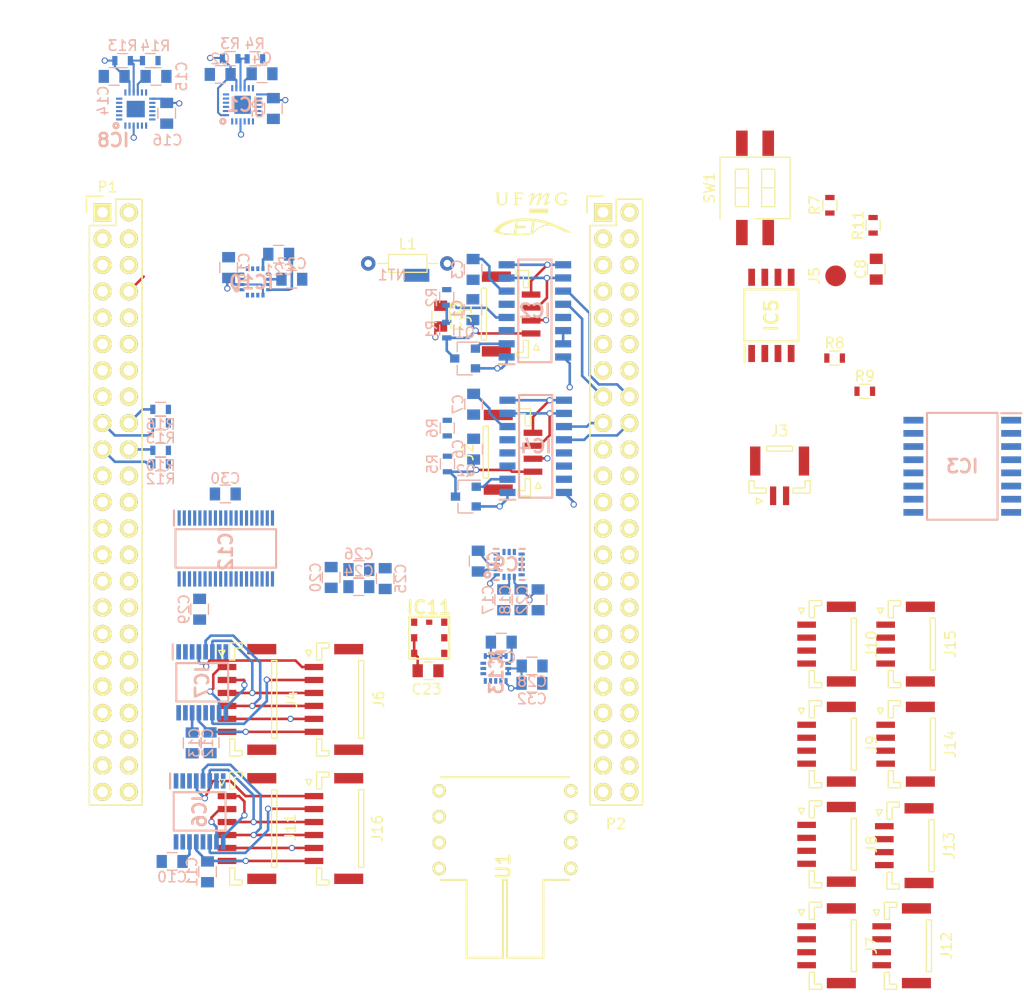
<source format=kicad_pcb>
(kicad_pcb (version 20171130) (host pcbnew "(5.0.0)")
  (layers (0 F.Cu signal) (31 B.Cu power) (35 F.Paste user) (36 B.SilkS user) (37 F.SilkS user) (38 B.Mask user) (39 F.Mask user) (44 Edge.Cuts user))
  (net 0 "")
  (net 1 GNDD)
  (net 2 +3V3)
  (net 3 SYS_5V)
  (net 4 INTERUP_SEN_4)
  (net 5 SCL_I2C_2)
  (net 6 SDA_I2C_2)
  (net 7 SPI_SPC)
  (net 8 SPI_SD0)
  (net 9 SPI_SDI)
  (net 10 INTERUP_SEN_1)
  (net 11 SCL_I2C_1)
  (net 12 SDA_I2C_1)
  (net 13 INTERUP_SEN_2)
  (net 14 INTERUP_SEN_7a)
  (net 15 INTERUP_SEN_8a)
  (net 16 INTERUP_SEN_7b)
  (net 17 INTERUP_SEN_8b)
  (net 18 "Net-(C1-Pad2)")
  (net 19 GNDA)
  (net 20 "Net-(C3-Pad1)")
  (net 21 "Net-(C4-Pad2)")
  (net 22 "Net-(C6-Pad2)")
  (net 23 "Net-(C7-Pad1)")
  (net 24 "Net-(C9-Pad2)")
  (net 25 "Net-(C9-Pad1)")
  (net 26 +5VA)
  (net 27 "Net-(C15-Pad2)")
  (net 28 "Net-(C17-Pad1)")
  (net 29 "Net-(C21-Pad1)")
  (net 30 "Net-(C21-Pad2)")
  (net 31 "Net-(C24-Pad1)")
  (net 32 "Net-(C25-Pad2)")
  (net 33 "Net-(C27-Pad2)")
  (net 34 "Net-(C31-Pad2)")
  (net 35 "Net-(C31-Pad1)")
  (net 36 "Net-(IC1-Pad2)")
  (net 37 "Net-(IC1-Pad3)")
  (net 38 "Net-(IC1-Pad4)")
  (net 39 "Net-(IC1-Pad5)")
  (net 40 "Net-(IC1-Pad6)")
  (net 41 "Net-(IC1-Pad7)")
  (net 42 "Net-(IC1-Pad9)")
  (net 43 "Net-(IC1-Pad11)")
  (net 44 INTERUP_SEN_3)
  (net 45 "Net-(IC1-Pad14)")
  (net 46 "Net-(IC1-Pad15)")
  (net 47 "Net-(IC1-Pad16)")
  (net 48 "Net-(IC1-Pad17)")
  (net 49 "Net-(IC1-Pad19)")
  (net 50 "Net-(IC1-Pad21)")
  (net 51 "Net-(IC2-Pad13)")
  (net 52 HX1_DOUT)
  (net 53 HX1_SCK)
  (net 54 "Net-(IC2-Pad10)")
  (net 55 "Net-(IC2-Pad8)")
  (net 56 "Net-(IC2-Pad4)")
  (net 57 "Net-(IC2-Pad2)")
  (net 58 "Net-(IC3-Pad1)")
  (net 59 INTERUP_RTC)
  (net 60 "Net-(IC3-Pad4)")
  (net 61 "Net-(IC3-Pad14)")
  (net 62 "Net-(IC4-Pad2)")
  (net 63 "Net-(IC4-Pad4)")
  (net 64 "Net-(IC4-Pad10)")
  (net 65 "Net-(IC4-Pad8)")
  (net 66 HX2_SCK)
  (net 67 HX2_DOUT)
  (net 68 "Net-(IC4-Pad13)")
  (net 69 "Net-(IC5-Pad1)")
  (net 70 "Net-(IC5-Pad2)")
  (net 71 "Net-(IC5-Pad3)")
  (net 72 "Net-(IC5-Pad7)")
  (net 73 /IOUT_4)
  (net 74 /AIN_13P)
  (net 75 /AIN_13N)
  (net 76 "Net-(IC6-Pad8)")
  (net 77 "Net-(IC6-Pad7)")
  (net 78 /AIN_11N)
  (net 79 /AIN_11P)
  (net 80 /IOUT_3)
  (net 81 SPI_CS_S2)
  (net 82 "Net-(IC6-Pad2)")
  (net 83 "Net-(IC7-Pad2)")
  (net 84 SPI_CS_S1)
  (net 85 /IOUT_1)
  (net 86 /AIN_8P)
  (net 87 /AIN_8N)
  (net 88 "Net-(IC7-Pad7)")
  (net 89 "Net-(IC7-Pad8)")
  (net 90 /AIN_9N)
  (net 91 /AIN_9P)
  (net 92 /IOUT_2)
  (net 93 "Net-(IC8-Pad1)")
  (net 94 "Net-(IC8-Pad2)")
  (net 95 "Net-(IC8-Pad3)")
  (net 96 "Net-(IC8-Pad4)")
  (net 97 "Net-(IC8-Pad5)")
  (net 98 "Net-(IC8-Pad6)")
  (net 99 "Net-(IC8-Pad7)")
  (net 100 "Net-(IC8-Pad9)")
  (net 101 "Net-(IC8-Pad11)")
  (net 102 "Net-(IC8-Pad14)")
  (net 103 "Net-(IC8-Pad15)")
  (net 104 "Net-(IC8-Pad16)")
  (net 105 "Net-(IC8-Pad17)")
  (net 106 "Net-(IC8-Pad19)")
  (net 107 "Net-(IC8-Pad21)")
  (net 108 SPI_CS_S4)
  (net 109 "Net-(IC10-Pad3)")
  (net 110 "Net-(IC10-Pad5)")
  (net 111 "Net-(IC10-Pad6)")
  (net 112 "Net-(IC10-Pad7)")
  (net 113 "Net-(IC10-Pad14)")
  (net 114 "Net-(IC11-Pad1)")
  (net 115 "Net-(IC11-Pad4)")
  (net 116 "Net-(IC12-Pad2)")
  (net 117 "Net-(IC12-Pad3)")
  (net 118 "Net-(IC12-Pad4)")
  (net 119 "Net-(IC12-Pad10)")
  (net 120 "Net-(IC12-Pad11)")
  (net 121 /AIN_6P)
  (net 122 /AIN_6N)
  (net 123 /AIN_7P)
  (net 124 /AIN_7N)
  (net 125 /AIN_0P)
  (net 126 /AIN_0N)
  (net 127 /AIN_1P)
  (net 128 /AIN_1N)
  (net 129 /AIN_2N)
  (net 130 /AIN_2P)
  (net 131 /AIN_3N)
  (net 132 /AIN_3P)
  (net 133 /AIN_4N)
  (net 134 /AIN_4P)
  (net 135 /AIN_5N)
  (net 136 /AIN_5P)
  (net 137 "Net-(IC12-Pad35)")
  (net 138 SPI_CS_S3)
  (net 139 SPI_CS_S5)
  (net 140 "Net-(P1-Pad42)")
  (net 141 "Net-(P1-Pad41)")
  (net 142 "Net-(P1-Pad40)")
  (net 143 "Net-(P1-Pad39)")
  (net 144 "Net-(P1-Pad38)")
  (net 145 "Net-(P1-Pad37)")
  (net 146 "Net-(P1-Pad36)")
  (net 147 "Net-(P1-Pad35)")
  (net 148 "Net-(P1-Pad34)")
  (net 149 "Net-(P1-Pad33)")
  (net 150 "Net-(P1-Pad32)")
  (net 151 "Net-(P1-Pad28)")
  (net 152 "Net-(P1-Pad27)")
  (net 153 "Net-(P1-Pad26)")
  (net 154 "Net-(P1-Pad25)")
  (net 155 "Net-(P1-Pad24)")
  (net 156 "Net-(P1-Pad22)")
  (net 157 "Net-(P1-Pad21)")
  (net 158 "Net-(P1-Pad16)")
  (net 159 "Net-(P1-Pad15)")
  (net 160 "Net-(P1-Pad14)")
  (net 161 "Net-(P1-Pad13)")
  (net 162 "Net-(P1-Pad12)")
  (net 163 "Net-(P1-Pad11)")
  (net 164 "Net-(P1-Pad10)")
  (net 165 "Net-(P1-Pad9)")
  (net 166 "Net-(P1-Pad6)")
  (net 167 "Net-(P1-Pad5)")
  (net 168 "Net-(P2-Pad3)")
  (net 169 "Net-(P2-Pad4)")
  (net 170 "Net-(P2-Pad5)")
  (net 171 "Net-(P2-Pad6)")
  (net 172 "Net-(P2-Pad19)")
  (net 173 "Net-(P2-Pad20)")
  (net 174 "Net-(P2-Pad21)")
  (net 175 "Net-(P2-Pad22)")
  (net 176 "Net-(P2-Pad23)")
  (net 177 "Net-(P2-Pad24)")
  (net 178 "Net-(P2-Pad25)")
  (net 179 "Net-(P2-Pad26)")
  (net 180 "Net-(P2-Pad32)")
  (net 181 "Net-(P2-Pad33)")
  (net 182 "Net-(P2-Pad34)")
  (net 183 "Net-(P2-Pad35)")
  (net 184 "Net-(P2-Pad36)")
  (net 185 "Net-(P2-Pad37)")
  (net 186 "Net-(P2-Pad38)")
  (net 187 "Net-(P2-Pad39)")
  (net 188 "Net-(P2-Pad40)")
  (net 189 "Net-(P2-Pad41)")
  (net 190 "Net-(P2-Pad42)")
  (net 191 "Net-(P2-Pad43)")
  (net 192 "Net-(P2-Pad44)")
  (net 193 "Net-(P2-Pad45)")
  (net 194 "Net-(P2-Pad46)")
  (net 195 "Net-(U1-Pad6)")
  (net 196 "Net-(U1-Pad7)")
  (net 197 "Net-(U1-Pad8)")
  (module Resistors_THT:R_Axial_DIN0204_L3.6mm_D1.6mm_P7.62mm_Horizontal (layer F.Cu) (at 141.986 67.31)
    (fp_text reference L1 (at 3.81 -1.86) (layer F.SilkS))
    (fp_text value I)
    (pad 2 thru_hole oval (at 7.62 0) (size 1.4 1.4) (drill 0.7) (layers *.Cu *.Mask) (net 26 +5VA))
    (pad 1 thru_hole circle (at 0 0) (size 1.4 1.4) (drill 0.7) (layers *.Cu *.Mask) (net 3 SYS_5V))
  )
  (module complementos:net_tie2 (layer B.Cu) (at 144.7165 69.723)
    (fp_text reference NT1 (at -0.4318 -1.2954) (layer B.SilkS) (effects (justify mirror)))
    (fp_text value Net-Tie_2)
    (pad 1 smd rect (at 1.3335 -1.27) (size 1.25 1.25) (layers B.Cu B.Paste B.Mask) (net 1 GNDD))
    (pad 2 smd rect (at 2.54 -1.27) (size 1.25 1.25) (layers B.Cu B.Paste B.Mask) (net 19 GNDA))
  )
  (module Socket_BeagleBone_Black:Socket_BeagleBone_Black (layer F.Cu) (at 164.6301 62.3824)
    (fp_text reference P2 (at 1.2319 58.9661 180) (layer F.SilkS))
    (fp_text value BeagleBone_Black_Header)
    (pad 1 thru_hole rect (at 0 0) (size 1.7272 1.7272) (drill 1.016) (layers *.Cu *.Mask F.SilkS) (net 1 GNDD))
    (pad 2 thru_hole oval (at 2.54 0) (size 1.7272 1.7272) (drill 1.016) (layers *.Cu *.Mask F.SilkS) (net 1 GNDD))
    (pad 3 thru_hole oval (at 0 2.54) (size 1.7272 1.7272) (drill 1.016) (layers *.Cu *.Mask F.SilkS) (net 168 "Net-(P2-Pad3)"))
    (pad 4 thru_hole oval (at 2.54 2.54) (size 1.7272 1.7272) (drill 1.016) (layers *.Cu *.Mask F.SilkS) (net 169 "Net-(P2-Pad4)"))
    (pad 5 thru_hole oval (at 0 5.08) (size 1.7272 1.7272) (drill 1.016) (layers *.Cu *.Mask F.SilkS) (net 170 "Net-(P2-Pad5)"))
    (pad 6 thru_hole oval (at 2.54 5.08) (size 1.7272 1.7272) (drill 1.016) (layers *.Cu *.Mask F.SilkS) (net 171 "Net-(P2-Pad6)"))
    (pad 7 thru_hole oval (at 0 7.62) (size 1.7272 1.7272) (drill 1.016) (layers *.Cu *.Mask F.SilkS) (net 10 INTERUP_SEN_1))
    (pad 8 thru_hole oval (at 2.54 7.62) (size 1.7272 1.7272) (drill 1.016) (layers *.Cu *.Mask F.SilkS) (net 13 INTERUP_SEN_2))
    (pad 9 thru_hole oval (at 0 10.16) (size 1.7272 1.7272) (drill 1.016) (layers *.Cu *.Mask F.SilkS) (net 44 INTERUP_SEN_3))
    (pad 10 thru_hole oval (at 2.54 10.16) (size 1.7272 1.7272) (drill 1.016) (layers *.Cu *.Mask F.SilkS) (net 4 INTERUP_SEN_4))
    (pad 11 thru_hole oval (at 0 12.7) (size 1.7272 1.7272) (drill 1.016) (layers *.Cu *.Mask F.SilkS) (net 14 INTERUP_SEN_7a))
    (pad 12 thru_hole oval (at 2.54 12.7) (size 1.7272 1.7272) (drill 1.016) (layers *.Cu *.Mask F.SilkS) (net 15 INTERUP_SEN_8a))
    (pad 13 thru_hole oval (at 0 15.24) (size 1.7272 1.7272) (drill 1.016) (layers *.Cu *.Mask F.SilkS) (net 16 INTERUP_SEN_7b))
    (pad 14 thru_hole oval (at 2.54 15.24) (size 1.7272 1.7272) (drill 1.016) (layers *.Cu *.Mask F.SilkS) (net 17 INTERUP_SEN_8b))
    (pad 15 thru_hole oval (at 0 17.78) (size 1.7272 1.7272) (drill 1.016) (layers *.Cu *.Mask F.SilkS) (net 52 HX1_DOUT))
    (pad 16 thru_hole oval (at 2.54 17.78) (size 1.7272 1.7272) (drill 1.016) (layers *.Cu *.Mask F.SilkS) (net 53 HX1_SCK))
    (pad 17 thru_hole oval (at 0 20.32) (size 1.7272 1.7272) (drill 1.016) (layers *.Cu *.Mask F.SilkS) (net 66 HX2_SCK))
    (pad 18 thru_hole oval (at 2.54 20.32) (size 1.7272 1.7272) (drill 1.016) (layers *.Cu *.Mask F.SilkS) (net 67 HX2_DOUT))
    (pad 19 thru_hole oval (at 0 22.86) (size 1.7272 1.7272) (drill 1.016) (layers *.Cu *.Mask F.SilkS) (net 172 "Net-(P2-Pad19)"))
    (pad 20 thru_hole oval (at 2.54 22.86) (size 1.7272 1.7272) (drill 1.016) (layers *.Cu *.Mask F.SilkS) (net 173 "Net-(P2-Pad20)"))
    (pad 21 thru_hole oval (at 0 25.4) (size 1.7272 1.7272) (drill 1.016) (layers *.Cu *.Mask F.SilkS) (net 174 "Net-(P2-Pad21)"))
    (pad 22 thru_hole oval (at 2.54 25.4) (size 1.7272 1.7272) (drill 1.016) (layers *.Cu *.Mask F.SilkS) (net 175 "Net-(P2-Pad22)"))
    (pad 23 thru_hole oval (at 0 27.94) (size 1.7272 1.7272) (drill 1.016) (layers *.Cu *.Mask F.SilkS) (net 176 "Net-(P2-Pad23)"))
    (pad 24 thru_hole oval (at 2.54 27.94) (size 1.7272 1.7272) (drill 1.016) (layers *.Cu *.Mask F.SilkS) (net 177 "Net-(P2-Pad24)"))
    (pad 25 thru_hole oval (at 0 30.48) (size 1.7272 1.7272) (drill 1.016) (layers *.Cu *.Mask F.SilkS) (net 178 "Net-(P2-Pad25)"))
    (pad 26 thru_hole oval (at 2.54 30.48) (size 1.7272 1.7272) (drill 1.016) (layers *.Cu *.Mask F.SilkS) (net 179 "Net-(P2-Pad26)"))
    (pad 27 thru_hole oval (at 0 33.02) (size 1.7272 1.7272) (drill 1.016) (layers *.Cu *.Mask F.SilkS) (net 84 SPI_CS_S1))
    (pad 28 thru_hole oval (at 2.54 33.02) (size 1.7272 1.7272) (drill 1.016) (layers *.Cu *.Mask F.SilkS) (net 81 SPI_CS_S2))
    (pad 29 thru_hole oval (at 0 35.56) (size 1.7272 1.7272) (drill 1.016) (layers *.Cu *.Mask F.SilkS) (net 138 SPI_CS_S3))
    (pad 30 thru_hole oval (at 2.54 35.56) (size 1.7272 1.7272) (drill 1.016) (layers *.Cu *.Mask F.SilkS) (net 108 SPI_CS_S4))
    (pad 31 thru_hole oval (at 0 38.1) (size 1.7272 1.7272) (drill 1.016) (layers *.Cu *.Mask F.SilkS) (net 139 SPI_CS_S5))
    (pad 32 thru_hole oval (at 2.54 38.1) (size 1.7272 1.7272) (drill 1.016) (layers *.Cu *.Mask F.SilkS) (net 180 "Net-(P2-Pad32)"))
    (pad 33 thru_hole oval (at 0 40.64) (size 1.7272 1.7272) (drill 1.016) (layers *.Cu *.Mask F.SilkS) (net 181 "Net-(P2-Pad33)"))
    (pad 34 thru_hole oval (at 2.54 40.64) (size 1.7272 1.7272) (drill 1.016) (layers *.Cu *.Mask F.SilkS) (net 182 "Net-(P2-Pad34)"))
    (pad 35 thru_hole oval (at 0 43.18) (size 1.7272 1.7272) (drill 1.016) (layers *.Cu *.Mask F.SilkS) (net 183 "Net-(P2-Pad35)"))
    (pad 36 thru_hole oval (at 2.54 43.18) (size 1.7272 1.7272) (drill 1.016) (layers *.Cu *.Mask F.SilkS) (net 184 "Net-(P2-Pad36)"))
    (pad 37 thru_hole oval (at 0 45.72) (size 1.7272 1.7272) (drill 1.016) (layers *.Cu *.Mask F.SilkS) (net 185 "Net-(P2-Pad37)"))
    (pad 38 thru_hole oval (at 2.54 45.72) (size 1.7272 1.7272) (drill 1.016) (layers *.Cu *.Mask F.SilkS) (net 186 "Net-(P2-Pad38)"))
    (pad 39 thru_hole oval (at 0 48.26) (size 1.7272 1.7272) (drill 1.016) (layers *.Cu *.Mask F.SilkS) (net 187 "Net-(P2-Pad39)"))
    (pad 40 thru_hole oval (at 2.54 48.26) (size 1.7272 1.7272) (drill 1.016) (layers *.Cu *.Mask F.SilkS) (net 188 "Net-(P2-Pad40)"))
    (pad 41 thru_hole oval (at 0 50.8) (size 1.7272 1.7272) (drill 1.016) (layers *.Cu *.Mask F.SilkS) (net 189 "Net-(P2-Pad41)"))
    (pad 42 thru_hole oval (at 2.54 50.8) (size 1.7272 1.7272) (drill 1.016) (layers *.Cu *.Mask F.SilkS) (net 190 "Net-(P2-Pad42)"))
    (pad 43 thru_hole oval (at 0 53.34) (size 1.7272 1.7272) (drill 1.016) (layers *.Cu *.Mask F.SilkS) (net 191 "Net-(P2-Pad43)"))
    (pad 44 thru_hole oval (at 2.54 53.34) (size 1.7272 1.7272) (drill 1.016) (layers *.Cu *.Mask F.SilkS) (net 192 "Net-(P2-Pad44)"))
    (pad 45 thru_hole oval (at 0 55.88) (size 1.7272 1.7272) (drill 1.016) (layers *.Cu *.Mask F.SilkS) (net 193 "Net-(P2-Pad45)"))
    (pad 46 thru_hole oval (at 2.54 55.88) (size 1.7272 1.7272) (drill 1.016) (layers *.Cu *.Mask F.SilkS) (net 194 "Net-(P2-Pad46)"))
  )
  (module HX711:SOIC127P600X160-16N (layer B.Cu) (at 158.134233 84.944169)
    (fp_text reference IC4 (at 0 0) (layer B.SilkS) (effects (font (size 1.27 1.27) (thickness 0.254)) (justify mirror)))
    (fp_text value HX711 hide)
    (pad 16 smd rect (at 2.725 4.445 270) (size 0.7 1.55) (layers B.Cu B.Paste B.Mask) (net 2 +3V3))
    (pad 15 smd rect (at 2.725 3.175 270) (size 0.7 1.55) (layers B.Cu B.Paste B.Mask) (net 1 GNDD))
    (pad 14 smd rect (at 2.725 1.905 270) (size 0.7 1.55) (layers B.Cu B.Paste B.Mask) (net 1 GNDD))
    (pad 13 smd rect (at 2.725 0.635 270) (size 0.7 1.55) (layers B.Cu B.Paste B.Mask) (net 68 "Net-(IC4-Pad13)"))
    (pad 12 smd rect (at 2.725 -0.635 270) (size 0.7 1.55) (layers B.Cu B.Paste B.Mask) (net 67 HX2_DOUT))
    (pad 11 smd rect (at 2.725 -1.905 270) (size 0.7 1.55) (layers B.Cu B.Paste B.Mask) (net 66 HX2_SCK))
    (pad 10 smd rect (at 2.725 -3.175 270) (size 0.7 1.55) (layers B.Cu B.Paste B.Mask) (net 64 "Net-(IC4-Pad10)"))
    (pad 9 smd rect (at 2.725 -4.445 270) (size 0.7 1.55) (layers B.Cu B.Paste B.Mask) (net 65 "Net-(IC4-Pad8)"))
    (pad 8 smd rect (at -2.725 -4.445 270) (size 0.7 1.55) (layers B.Cu B.Paste B.Mask) (net 65 "Net-(IC4-Pad8)"))
    (pad 7 smd rect (at -2.725 -3.175 270) (size 0.7 1.55) (layers B.Cu B.Paste B.Mask) (net 64 "Net-(IC4-Pad10)"))
    (pad 6 smd rect (at -2.725 -1.905 270) (size 0.7 1.55) (layers B.Cu B.Paste B.Mask) (net 23 "Net-(C7-Pad1)"))
    (pad 5 smd rect (at -2.725 -0.635 270) (size 0.7 1.55) (layers B.Cu B.Paste B.Mask) (net 19 GNDA))
    (pad 4 smd rect (at -2.725 0.635 270) (size 0.7 1.55) (layers B.Cu B.Paste B.Mask) (net 63 "Net-(IC4-Pad4)"))
    (pad 3 smd rect (at -2.725 1.905 270) (size 0.7 1.55) (layers B.Cu B.Paste B.Mask) (net 26 +5VA))
    (pad 2 smd rect (at -2.725 3.175 270) (size 0.7 1.55) (layers B.Cu B.Paste B.Mask) (net 62 "Net-(IC4-Pad2)"))
    (pad 1 smd rect (at -2.725 4.445 270) (size 0.7 1.55) (layers B.Cu B.Paste B.Mask) (net 26 +5VA))
  )
  (module Capacitors_SMD:C_0805 (layer B.Cu) (at 152.076 71.765 270)
    (fp_text reference C1 (at 0 1.5 270) (layer B.SilkS) (effects (justify mirror)))
    (fp_text value 10u)
    (pad 2 smd rect (at 1 0 270) (size 1 1.25) (layers B.Cu B.Paste B.Mask) (net 18 "Net-(C1-Pad2)"))
    (pad 1 smd rect (at -1 0 270) (size 1 1.25) (layers B.Cu B.Paste B.Mask) (net 19 GNDA))
  )
  (module Capacitors_SMD:C_0805 (layer B.Cu) (at 127.7145 49.0855 180)
    (fp_text reference C2 (at 0 1.5 180) (layer B.SilkS) (effects (justify mirror)))
    (fp_text value 10n)
    (pad 1 smd rect (at -1 0 180) (size 1 1.25) (layers B.Cu B.Paste B.Mask) (net 2 +3V3))
    (pad 2 smd rect (at 1 0 180) (size 1 1.25) (layers B.Cu B.Paste B.Mask) (net 1 GNDD))
  )
  (module Capacitors_SMD:C_0805 (layer B.Cu) (at 152.096 67.885 270)
    (fp_text reference C3 (at 0 1.5 270) (layer B.SilkS) (effects (justify mirror)))
    (fp_text value 0.1u)
    (pad 1 smd rect (at -1 0 270) (size 1 1.25) (layers B.Cu B.Paste B.Mask) (net 20 "Net-(C3-Pad1)"))
    (pad 2 smd rect (at 1 0 270) (size 1 1.25) (layers B.Cu B.Paste B.Mask) (net 19 GNDA))
  )
  (module Capacitors_SMD:C_0805 (layer B.Cu) (at 131.7465 49.022 180)
    (fp_text reference C4 (at 0 1.5 180) (layer B.SilkS) (effects (justify mirror)))
    (fp_text value 0.1u)
    (pad 2 smd rect (at 1 0 180) (size 1 1.25) (layers B.Cu B.Paste B.Mask) (net 21 "Net-(C4-Pad2)"))
    (pad 1 smd rect (at -1 0 180) (size 1 1.25) (layers B.Cu B.Paste B.Mask) (net 1 GNDD))
  )
  (module Capacitors_SMD:C_0805 (layer B.Cu) (at 132.842 52.3715 270)
    (fp_text reference C5 (at 0 1.5 270) (layer B.SilkS) (effects (justify mirror)))
    (fp_text value 0.1u)
    (pad 1 smd rect (at -1 0 270) (size 1 1.25) (layers B.Cu B.Paste B.Mask) (net 2 +3V3))
    (pad 2 smd rect (at 1 0 270) (size 1 1.25) (layers B.Cu B.Paste B.Mask) (net 1 GNDD))
  )
  (module Capacitors_SMD:C_0805 (layer B.Cu) (at 152.146 85.214169 270)
    (fp_text reference C6 (at 0 1.5 270) (layer B.SilkS) (effects (justify mirror)))
    (fp_text value 10u)
    (pad 1 smd rect (at -1 0 270) (size 1 1.25) (layers B.Cu B.Paste B.Mask) (net 19 GNDA))
    (pad 2 smd rect (at 1 0 270) (size 1 1.25) (layers B.Cu B.Paste B.Mask) (net 22 "Net-(C6-Pad2)"))
  )
  (module Capacitors_SMD:C_0805 (layer B.Cu) (at 152.146 80.883 270)
    (fp_text reference C7 (at 0 1.5 270) (layer B.SilkS) (effects (justify mirror)))
    (fp_text value 0.1u)
    (pad 2 smd rect (at 1 0 270) (size 1 1.25) (layers B.Cu B.Paste B.Mask) (net 19 GNDA))
    (pad 1 smd rect (at -1 0 270) (size 1 1.25) (layers B.Cu B.Paste B.Mask) (net 23 "Net-(C7-Pad1)"))
  )
  (module Capacitors_SMD:C_0805 (layer F.Cu) (at 190.965867 67.864391 90)
    (fp_text reference C8 (at 0 -1.5 90) (layer F.SilkS))
    (fp_text value 0.1u)
    (pad 2 smd rect (at 1 0 90) (size 1 1.25) (layers F.Cu F.Paste F.Mask) (net 1 GNDD))
    (pad 1 smd rect (at -1 0 90) (size 1 1.25) (layers F.Cu F.Paste F.Mask) (net 2 +3V3))
  )
  (module Capacitors_SMD:C_0805 (layer B.Cu) (at 152.5905 96.012 90)
    (fp_text reference C9 (at 0 1.5 90) (layer B.SilkS) (effects (justify mirror)))
    (fp_text value 22u)
    (pad 2 smd rect (at 1 0 90) (size 1 1.25) (layers B.Cu B.Paste B.Mask) (net 24 "Net-(C9-Pad2)"))
    (pad 1 smd rect (at -1 0 90) (size 1 1.25) (layers B.Cu B.Paste B.Mask) (net 25 "Net-(C9-Pad1)"))
  )
  (module Capacitors_SMD:C_0805 (layer B.Cu) (at 123.079 124.968)
    (fp_text reference C10 (at 0 1.5) (layer B.SilkS) (effects (justify mirror)))
    (fp_text value C)
    (pad 2 smd rect (at 1 0) (size 1 1.25) (layers B.Cu B.Paste B.Mask) (net 2 +3V3))
    (pad 1 smd rect (at -1 0) (size 1 1.25) (layers B.Cu B.Paste B.Mask) (net 1 GNDD))
  )
  (module Capacitors_SMD:C_0805 (layer B.Cu) (at 126.492 125.968 270)
    (fp_text reference C11 (at 0 1.5 270) (layer B.SilkS) (effects (justify mirror)))
    (fp_text value C)
    (pad 1 smd rect (at -1 0 270) (size 1 1.25) (layers B.Cu B.Paste B.Mask) (net 26 +5VA))
    (pad 2 smd rect (at 1 0 270) (size 1 1.25) (layers B.Cu B.Paste B.Mask) (net 19 GNDA))
  )
  (module Capacitors_SMD:C_0805 (layer B.Cu) (at 125.009447 113.538 90)
    (fp_text reference C12 (at 0 1.5 90) (layer B.SilkS) (effects (justify mirror)))
    (fp_text value C)
    (pad 2 smd rect (at 1 0 90) (size 1 1.25) (layers B.Cu B.Paste B.Mask) (net 2 +3V3))
    (pad 1 smd rect (at -1 0 90) (size 1 1.25) (layers B.Cu B.Paste B.Mask) (net 1 GNDD))
  )
  (module Capacitors_SMD:C_0805 (layer B.Cu) (at 126.746 113.522 270)
    (fp_text reference C13 (at 0 1.5 270) (layer B.SilkS) (effects (justify mirror)))
    (fp_text value C)
    (pad 1 smd rect (at -1 0 270) (size 1 1.25) (layers B.Cu B.Paste B.Mask) (net 26 +5VA))
    (pad 2 smd rect (at 1 0 270) (size 1 1.25) (layers B.Cu B.Paste B.Mask) (net 19 GNDA))
  )
  (module Capacitors_SMD:C_0805 (layer B.Cu) (at 117.491 49.276 180)
    (fp_text reference C14 (at 1.0574 -2.3368 270) (layer B.SilkS) (effects (justify mirror)))
    (fp_text value 10n)
    (pad 1 smd rect (at -1 0 180) (size 1 1.25) (layers B.Cu B.Paste B.Mask) (net 2 +3V3))
    (pad 2 smd rect (at 1 0 180) (size 1 1.25) (layers B.Cu B.Paste B.Mask) (net 1 GNDD))
  )
  (module Capacitors_SMD:C_0805 (layer B.Cu) (at 121.523 49.276 180)
    (fp_text reference C15 (at -2.4798 0 270) (layer B.SilkS) (effects (justify mirror)))
    (fp_text value 0.1u)
    (pad 2 smd rect (at 1 0 180) (size 1 1.25) (layers B.Cu B.Paste B.Mask) (net 27 "Net-(C15-Pad2)"))
    (pad 1 smd rect (at -1 0 180) (size 1 1.25) (layers B.Cu B.Paste B.Mask) (net 1 GNDD))
  )
  (module Capacitors_SMD:C_0805 (layer B.Cu) (at 122.555 52.832 270)
    (fp_text reference C16 (at 2.5908 -0.0762 180) (layer B.SilkS) (effects (justify mirror)))
    (fp_text value 0.1u)
    (pad 2 smd rect (at 1 0 270) (size 1 1.25) (layers B.Cu B.Paste B.Mask) (net 1 GNDD))
    (pad 1 smd rect (at -1 0 270) (size 1 1.25) (layers B.Cu B.Paste B.Mask) (net 2 +3V3))
  )
  (module Capacitors_SMD:C_0805 (layer B.Cu) (at 155.045558 99.7425 270)
    (fp_text reference C17 (at 0 1.5 270) (layer B.SilkS) (effects (justify mirror)))
    (fp_text value 4.7u)
    (pad 1 smd rect (at -1 0 270) (size 1 1.25) (layers B.Cu B.Paste B.Mask) (net 28 "Net-(C17-Pad1)"))
    (pad 2 smd rect (at 1 0 270) (size 1 1.25) (layers B.Cu B.Paste B.Mask) (net 1 GNDD))
  )
  (module Capacitors_SMD:C_0805 (layer B.Cu) (at 156.710358 99.731454 270)
    (fp_text reference C18 (at 0 1.5 270) (layer B.SilkS) (effects (justify mirror)))
    (fp_text value 10u)
    (pad 2 smd rect (at 1 0 270) (size 1 1.25) (layers B.Cu B.Paste B.Mask) (net 1 GNDD))
    (pad 1 smd rect (at -1 0 270) (size 1 1.25) (layers B.Cu B.Paste B.Mask) (net 2 +3V3))
  )
  (module Capacitors_SMD:C_0805 (layer B.Cu) (at 128.524 67.707 90)
    (fp_text reference C19 (at 0 1.5 90) (layer B.SilkS) (effects (justify mirror)))
    (fp_text value 0.1u)
    (pad 2 smd rect (at 1 0 90) (size 1 1.25) (layers B.Cu B.Paste B.Mask) (net 1 GNDD))
    (pad 1 smd rect (at -1 0 90) (size 1 1.25) (layers B.Cu B.Paste B.Mask) (net 2 +3V3))
  )
  (module Capacitors_SMD:C_0805 (layer B.Cu) (at 138.4141 97.5844 270)
    (fp_text reference C20 (at 0 1.5 270) (layer B.SilkS) (effects (justify mirror)))
    (fp_text value 1u)
    (pad 1 smd rect (at -1 0 270) (size 1 1.25) (layers B.Cu B.Paste B.Mask) (net 26 +5VA))
    (pad 2 smd rect (at 1 0 270) (size 1 1.25) (layers B.Cu B.Paste B.Mask) (net 19 GNDA))
  )
  (module Capacitors_SMD:C_0805 (layer B.Cu) (at 133.35 66.421)
    (fp_text reference C21 (at 0 1.5) (layer B.SilkS) (effects (justify mirror)))
    (fp_text value 0.22u)
    (pad 1 smd rect (at -1 0) (size 1 1.25) (layers B.Cu B.Paste B.Mask) (net 29 "Net-(C21-Pad1)"))
    (pad 2 smd rect (at 1 0) (size 1 1.25) (layers B.Cu B.Paste B.Mask) (net 30 "Net-(C21-Pad2)"))
  )
  (module Capacitors_SMD:C_0805 (layer B.Cu) (at 158.361358 99.7425 270)
    (fp_text reference C22 (at 0 1.5 270) (layer B.SilkS) (effects (justify mirror)))
    (fp_text value 100n)
    (pad 1 smd rect (at -1 0 270) (size 1 1.25) (layers B.Cu B.Paste B.Mask) (net 2 +3V3))
    (pad 2 smd rect (at 1 0 270) (size 1 1.25) (layers B.Cu B.Paste B.Mask) (net 1 GNDD))
  )
  (module Capacitors_SMD:C_0805 (layer F.Cu) (at 147.7551 106.5784)
    (fp_text reference C23 (at -0.143 1.778) (layer F.SilkS))
    (fp_text value 100n)
    (pad 1 smd rect (at -1 0) (size 1 1.25) (layers F.Cu F.Paste F.Mask) (net 2 +3V3))
    (pad 2 smd rect (at 1 0) (size 1 1.25) (layers F.Cu F.Paste F.Mask) (net 1 GNDD))
  )
  (module Capacitors_SMD:C_0805 (layer B.Cu) (at 141.0811 98.4734 180)
    (fp_text reference C24 (at 0 1.5 180) (layer B.SilkS) (effects (justify mirror)))
    (fp_text value 22u)
    (pad 2 smd rect (at 1 0 180) (size 1 1.25) (layers B.Cu B.Paste B.Mask) (net 19 GNDA))
    (pad 1 smd rect (at -1 0 180) (size 1 1.25) (layers B.Cu B.Paste B.Mask) (net 31 "Net-(C24-Pad1)"))
  )
  (module Capacitors_SMD:C_0805 (layer B.Cu) (at 143.6211 97.6954 90)
    (fp_text reference C25 (at 0 1.5 90) (layer B.SilkS) (effects (justify mirror)))
    (fp_text value 10u)
    (pad 2 smd rect (at 1 0 90) (size 1 1.25) (layers B.Cu B.Paste B.Mask) (net 32 "Net-(C25-Pad2)"))
    (pad 1 smd rect (at -1 0 90) (size 1 1.25) (layers B.Cu B.Paste B.Mask) (net 19 GNDA))
  )
  (module Capacitors_SMD:C_0805 (layer B.Cu) (at 141.0811 96.8224 180)
    (fp_text reference C26 (at 0 1.5 180) (layer B.SilkS) (effects (justify mirror)))
    (fp_text value 1u)
    (pad 1 smd rect (at -1 0 180) (size 1 1.25) (layers B.Cu B.Paste B.Mask) (net 31 "Net-(C24-Pad1)"))
    (pad 2 smd rect (at 1 0 180) (size 1 1.25) (layers B.Cu B.Paste B.Mask) (net 19 GNDA))
  )
  (module Capacitors_SMD:C_0805 (layer B.Cu) (at 134.62 68.834 180)
    (fp_text reference C27 (at 0 1.5 180) (layer B.SilkS) (effects (justify mirror)))
    (fp_text value 4.7u)
    (pad 2 smd rect (at 1 0 180) (size 1 1.25) (layers B.Cu B.Paste B.Mask) (net 33 "Net-(C27-Pad2)"))
    (pad 1 smd rect (at -1 0 180) (size 1 1.25) (layers B.Cu B.Paste B.Mask) (net 1 GNDD))
  )
  (module Capacitors_SMD:C_0805 (layer B.Cu) (at 157.7851 106.1211)
    (fp_text reference C28 (at 0 1.5) (layer B.SilkS) (effects (justify mirror)))
    (fp_text value 100n)
    (pad 2 smd rect (at 1 0) (size 1 1.25) (layers B.Cu B.Paste B.Mask) (net 1 GNDD))
    (pad 1 smd rect (at -1 0) (size 1 1.25) (layers B.Cu B.Paste B.Mask) (net 2 +3V3))
  )
  (module Capacitors_SMD:C_0805 (layer B.Cu) (at 125.73 100.6475 270)
    (fp_text reference C29 (at 0 1.5 270) (layer B.SilkS) (effects (justify mirror)))
    (fp_text value 10u)
    (pad 1 smd rect (at -1 0 270) (size 1 1.25) (layers B.Cu B.Paste B.Mask) (net 2 +3V3))
    (pad 2 smd rect (at 1 0 270) (size 1 1.25) (layers B.Cu B.Paste B.Mask) (net 1 GNDD))
  )
  (module Capacitors_SMD:C_0805 (layer B.Cu) (at 128.2065 89.535 180)
    (fp_text reference C30 (at 0 1.5 180) (layer B.SilkS) (effects (justify mirror)))
    (fp_text value 1u)
    (pad 1 smd rect (at -1 0 180) (size 1 1.25) (layers B.Cu B.Paste B.Mask) (net 19 GNDA))
    (pad 2 smd rect (at 1 0 180) (size 1 1.25) (layers B.Cu B.Paste B.Mask) (net 26 +5VA))
  )
  (module Capacitors_SMD:C_0805 (layer B.Cu) (at 154.813 103.8225)
    (fp_text reference C31 (at 0 1.5) (layer B.SilkS) (effects (justify mirror)))
    (fp_text value 10n)
    (pad 2 smd rect (at 1 0) (size 1 1.25) (layers B.Cu B.Paste B.Mask) (net 34 "Net-(C31-Pad2)"))
    (pad 1 smd rect (at -1 0) (size 1 1.25) (layers B.Cu B.Paste B.Mask) (net 35 "Net-(C31-Pad1)"))
  )
  (module Capacitors_SMD:C_0805 (layer B.Cu) (at 157.7691 107.7975)
    (fp_text reference C32 (at 0 1.5) (layer B.SilkS) (effects (justify mirror)))
    (fp_text value 10u)
    (pad 1 smd rect (at -1 0) (size 1 1.25) (layers B.Cu B.Paste B.Mask) (net 2 +3V3))
    (pad 2 smd rect (at 1 0) (size 1 1.25) (layers B.Cu B.Paste B.Mask) (net 1 GNDD))
  )
  (module Capacitors_SMD:C_0805 (layer F.Cu) (at 148.971 72.39 270)
    (fp_text reference C33 (at 0 -1.5 270) (layer F.SilkS))
    (fp_text value C)
    (pad 2 smd rect (at 1 0 270) (size 1 1.25) (layers F.Cu F.Paste F.Mask) (net 19 GNDA))
    (pad 1 smd rect (at -1 0 270) (size 1 1.25) (layers F.Cu F.Paste F.Mask) (net 26 +5VA))
  )
  (module MPU-9250:QFN40P300X300X105-25N-D (layer B.Cu) (at 129.87198 52.01418)
    (fp_text reference IC1 (at 0 0) (layer B.SilkS) (effects (font (size 1.27 1.27) (thickness 0.254)) (justify mirror)))
    (fp_text value MPU-9250 hide)
    (pad 25 smd rect (at 0 0) (size 1.59 1.75) (layers B.Cu B.Paste B.Mask) (net 1 GNDD))
    (pad 24 smd rect (at -1 1.6) (size 0.2 0.6) (layers B.Cu B.Paste B.Mask) (net 6 SDA_I2C_2))
    (pad 23 smd rect (at -0.6 1.6) (size 0.2 0.6) (layers B.Cu B.Paste B.Mask) (net 5 SCL_I2C_2))
    (pad 22 smd rect (at -0.2 1.6) (size 0.2 0.6) (layers B.Cu B.Paste B.Mask) (net 2 +3V3))
    (pad 21 smd rect (at 0.2 1.6) (size 0.2 0.6) (layers B.Cu B.Paste B.Mask) (net 50 "Net-(IC1-Pad21)"))
    (pad 20 smd rect (at 0.6 1.6) (size 0.2 0.6) (layers B.Cu B.Paste B.Mask) (net 1 GNDD))
    (pad 19 smd rect (at 1 1.6) (size 0.2 0.6) (layers B.Cu B.Paste B.Mask) (net 49 "Net-(IC1-Pad19)"))
    (pad 18 smd rect (at 1.6 1 270) (size 0.2 0.6) (layers B.Cu B.Paste B.Mask) (net 1 GNDD))
    (pad 17 smd rect (at 1.6 0.6 270) (size 0.2 0.6) (layers B.Cu B.Paste B.Mask) (net 48 "Net-(IC1-Pad17)"))
    (pad 16 smd rect (at 1.6 0.2 270) (size 0.2 0.6) (layers B.Cu B.Paste B.Mask) (net 47 "Net-(IC1-Pad16)"))
    (pad 15 smd rect (at 1.6 -0.2 270) (size 0.2 0.6) (layers B.Cu B.Paste B.Mask) (net 46 "Net-(IC1-Pad15)"))
    (pad 14 smd rect (at 1.6 -0.6 270) (size 0.2 0.6) (layers B.Cu B.Paste B.Mask) (net 45 "Net-(IC1-Pad14)"))
    (pad 13 smd rect (at 1.6 -1 270) (size 0.2 0.6) (layers B.Cu B.Paste B.Mask) (net 2 +3V3))
    (pad 12 smd rect (at 1 -1.6) (size 0.2 0.6) (layers B.Cu B.Paste B.Mask) (net 44 INTERUP_SEN_3))
    (pad 11 smd rect (at 0.6 -1.6) (size 0.2 0.6) (layers B.Cu B.Paste B.Mask) (net 43 "Net-(IC1-Pad11)"))
    (pad 10 smd rect (at 0.2 -1.6) (size 0.2 0.6) (layers B.Cu B.Paste B.Mask) (net 21 "Net-(C4-Pad2)"))
    (pad 9 smd rect (at -0.2 -1.6) (size 0.2 0.6) (layers B.Cu B.Paste B.Mask) (net 42 "Net-(IC1-Pad9)"))
    (pad 8 smd rect (at -0.6 -1.6) (size 0.2 0.6) (layers B.Cu B.Paste B.Mask) (net 2 +3V3))
    (pad 7 smd rect (at -1 -1.6) (size 0.2 0.6) (layers B.Cu B.Paste B.Mask) (net 41 "Net-(IC1-Pad7)"))
    (pad 6 smd rect (at -1.6 -1 270) (size 0.2 0.6) (layers B.Cu B.Paste B.Mask) (net 40 "Net-(IC1-Pad6)"))
    (pad 5 smd rect (at -1.6 -0.6 270) (size 0.2 0.6) (layers B.Cu B.Paste B.Mask) (net 39 "Net-(IC1-Pad5)"))
    (pad 4 smd rect (at -1.6 -0.2 270) (size 0.2 0.6) (layers B.Cu B.Paste B.Mask) (net 38 "Net-(IC1-Pad4)"))
    (pad 3 smd rect (at -1.6 0.2 270) (size 0.2 0.6) (layers B.Cu B.Paste B.Mask) (net 37 "Net-(IC1-Pad3)"))
    (pad 2 smd rect (at -1.6 0.6 270) (size 0.2 0.6) (layers B.Cu B.Paste B.Mask) (net 36 "Net-(IC1-Pad2)"))
    (pad 1 smd rect (at -1.6 1 270) (size 0.2 0.6) (layers B.Cu B.Paste B.Mask) (net 2 +3V3))
  )
  (module HX711:SOIC127P600X160-16N (layer B.Cu) (at 158.054991 71.883192)
    (fp_text reference IC2 (at 0 0) (layer B.SilkS) (effects (font (size 1.27 1.27) (thickness 0.254)) (justify mirror)))
    (fp_text value HX711 hide)
    (pad 1 smd rect (at -2.725 4.445 270) (size 0.7 1.55) (layers B.Cu B.Paste B.Mask) (net 26 +5VA))
    (pad 2 smd rect (at -2.725 3.175 270) (size 0.7 1.55) (layers B.Cu B.Paste B.Mask) (net 57 "Net-(IC2-Pad2)"))
    (pad 3 smd rect (at -2.725 1.905 270) (size 0.7 1.55) (layers B.Cu B.Paste B.Mask) (net 26 +5VA))
    (pad 4 smd rect (at -2.725 0.635 270) (size 0.7 1.55) (layers B.Cu B.Paste B.Mask) (net 56 "Net-(IC2-Pad4)"))
    (pad 5 smd rect (at -2.725 -0.635 270) (size 0.7 1.55) (layers B.Cu B.Paste B.Mask) (net 19 GNDA))
    (pad 6 smd rect (at -2.725 -1.905 270) (size 0.7 1.55) (layers B.Cu B.Paste B.Mask) (net 20 "Net-(C3-Pad1)"))
    (pad 7 smd rect (at -2.725 -3.175 270) (size 0.7 1.55) (layers B.Cu B.Paste B.Mask) (net 54 "Net-(IC2-Pad10)"))
    (pad 8 smd rect (at -2.725 -4.445 270) (size 0.7 1.55) (layers B.Cu B.Paste B.Mask) (net 55 "Net-(IC2-Pad8)"))
    (pad 9 smd rect (at 2.725 -4.445 270) (size 0.7 1.55) (layers B.Cu B.Paste B.Mask) (net 55 "Net-(IC2-Pad8)"))
    (pad 10 smd rect (at 2.725 -3.175 270) (size 0.7 1.55) (layers B.Cu B.Paste B.Mask) (net 54 "Net-(IC2-Pad10)"))
    (pad 11 smd rect (at 2.725 -1.905 270) (size 0.7 1.55) (layers B.Cu B.Paste B.Mask) (net 53 HX1_SCK))
    (pad 12 smd rect (at 2.725 -0.635 270) (size 0.7 1.55) (layers B.Cu B.Paste B.Mask) (net 52 HX1_DOUT))
    (pad 13 smd rect (at 2.725 0.635 270) (size 0.7 1.55) (layers B.Cu B.Paste B.Mask) (net 51 "Net-(IC2-Pad13)"))
    (pad 14 smd rect (at 2.725 1.905 270) (size 0.7 1.55) (layers B.Cu B.Paste B.Mask) (net 1 GNDD))
    (pad 15 smd rect (at 2.725 3.175 270) (size 0.7 1.55) (layers B.Cu B.Paste B.Mask) (net 1 GNDD))
    (pad 16 smd rect (at 2.725 4.445 270) (size 0.7 1.55) (layers B.Cu B.Paste B.Mask) (net 2 +3V3))
  )
  (module DS3231S#:SOIC127P1032X265-16N (layer B.Cu) (at 199.263 86.868 180)
    (fp_text reference IC3 (at 0 0 180) (layer B.SilkS) (effects (font (size 1.27 1.27) (thickness 0.254)) (justify mirror)))
    (fp_text value DS3231S hide)
    (pad 16 smd rect (at 4.712 4.445 90) (size 0.65 1.925) (layers B.Cu B.Paste B.Mask) (net 5 SCL_I2C_2))
    (pad 15 smd rect (at 4.712 3.175 90) (size 0.65 1.925) (layers B.Cu B.Paste B.Mask) (net 6 SDA_I2C_2))
    (pad 14 smd rect (at 4.712 1.905 90) (size 0.65 1.925) (layers B.Cu B.Paste B.Mask) (net 61 "Net-(IC3-Pad14)"))
    (pad 13 smd rect (at 4.712 0.635 90) (size 0.65 1.925) (layers B.Cu B.Paste B.Mask) (net 1 GNDD))
    (pad 12 smd rect (at 4.712 -0.635 90) (size 0.65 1.925) (layers B.Cu B.Paste B.Mask) (net 1 GNDD))
    (pad 11 smd rect (at 4.712 -1.905 90) (size 0.65 1.925) (layers B.Cu B.Paste B.Mask) (net 1 GNDD))
    (pad 10 smd rect (at 4.712 -3.175 90) (size 0.65 1.925) (layers B.Cu B.Paste B.Mask) (net 1 GNDD))
    (pad 9 smd rect (at 4.712 -4.445 90) (size 0.65 1.925) (layers B.Cu B.Paste B.Mask) (net 1 GNDD))
    (pad 8 smd rect (at -4.712 -4.445 90) (size 0.65 1.925) (layers B.Cu B.Paste B.Mask) (net 1 GNDD))
    (pad 7 smd rect (at -4.712 -3.175 90) (size 0.65 1.925) (layers B.Cu B.Paste B.Mask) (net 1 GNDD))
    (pad 6 smd rect (at -4.712 -1.905 90) (size 0.65 1.925) (layers B.Cu B.Paste B.Mask) (net 1 GNDD))
    (pad 5 smd rect (at -4.712 -0.635 90) (size 0.65 1.925) (layers B.Cu B.Paste B.Mask) (net 1 GNDD))
    (pad 4 smd rect (at -4.712 0.635 90) (size 0.65 1.925) (layers B.Cu B.Paste B.Mask) (net 60 "Net-(IC3-Pad4)"))
    (pad 3 smd rect (at -4.712 1.905 90) (size 0.65 1.925) (layers B.Cu B.Paste B.Mask) (net 59 INTERUP_RTC))
    (pad 2 smd rect (at -4.712 3.175 90) (size 0.65 1.925) (layers B.Cu B.Paste B.Mask) (net 2 +3V3))
    (pad 1 smd rect (at -4.712 4.445 90) (size 0.65 1.925) (layers B.Cu B.Paste B.Mask) (net 58 "Net-(IC3-Pad1)"))
  )
  (module CAT24C256WI-GT3:SOIC127P800X203-8N (layer F.Cu) (at 180.856667 72.318791 90)
    (fp_text reference IC5 (at 0 0 90) (layer F.SilkS) (effects (font (size 1.27 1.27) (thickness 0.254))))
    (fp_text value CAT24C256WI-GT3 hide)
    (pad 8 smd rect (at 3.675 -1.905 180) (size 0.65 1.65) (layers F.Cu F.Paste F.Mask) (net 2 +3V3))
    (pad 7 smd rect (at 3.675 -0.635 180) (size 0.65 1.65) (layers F.Cu F.Paste F.Mask) (net 72 "Net-(IC5-Pad7)"))
    (pad 6 smd rect (at 3.675 0.635 180) (size 0.65 1.65) (layers F.Cu F.Paste F.Mask) (net 5 SCL_I2C_2))
    (pad 5 smd rect (at 3.675 1.905 180) (size 0.65 1.65) (layers F.Cu F.Paste F.Mask) (net 6 SDA_I2C_2))
    (pad 4 smd rect (at -3.675 1.905 180) (size 0.65 1.65) (layers F.Cu F.Paste F.Mask) (net 1 GNDD))
    (pad 3 smd rect (at -3.675 0.635 180) (size 0.65 1.65) (layers F.Cu F.Paste F.Mask) (net 71 "Net-(IC5-Pad3)"))
    (pad 2 smd rect (at -3.675 -0.635 180) (size 0.65 1.65) (layers F.Cu F.Paste F.Mask) (net 70 "Net-(IC5-Pad2)"))
    (pad 1 smd rect (at -3.675 -1.905 180) (size 0.65 1.65) (layers F.Cu F.Paste F.Mask) (net 69 "Net-(IC5-Pad1)"))
  )
  (module AD7793BRUZ:SOP65P640X120-16N (layer B.Cu) (at 125.73 120.142 270)
    (fp_text reference IC6 (at 0 0 270) (layer B.SilkS) (effects (font (size 1.27 1.27) (thickness 0.254)) (justify mirror)))
    (fp_text value AD7793BRUZ hide)
    (pad 1 smd rect (at -2.938 2.275 180) (size 0.45 1.475) (layers B.Cu B.Paste B.Mask) (net 7 SPI_SPC))
    (pad 2 smd rect (at -2.938 1.625 180) (size 0.45 1.475) (layers B.Cu B.Paste B.Mask) (net 82 "Net-(IC6-Pad2)"))
    (pad 3 smd rect (at -2.938 0.975 180) (size 0.45 1.475) (layers B.Cu B.Paste B.Mask) (net 81 SPI_CS_S2))
    (pad 4 smd rect (at -2.938 0.325 180) (size 0.45 1.475) (layers B.Cu B.Paste B.Mask) (net 80 /IOUT_3))
    (pad 5 smd rect (at -2.938 -0.325 180) (size 0.45 1.475) (layers B.Cu B.Paste B.Mask) (net 79 /AIN_11P))
    (pad 6 smd rect (at -2.938 -0.975 180) (size 0.45 1.475) (layers B.Cu B.Paste B.Mask) (net 78 /AIN_11N))
    (pad 7 smd rect (at -2.938 -1.625 180) (size 0.45 1.475) (layers B.Cu B.Paste B.Mask) (net 77 "Net-(IC6-Pad7)"))
    (pad 8 smd rect (at -2.938 -2.275 180) (size 0.45 1.475) (layers B.Cu B.Paste B.Mask) (net 76 "Net-(IC6-Pad8)"))
    (pad 9 smd rect (at 2.938 -2.275 180) (size 0.45 1.475) (layers B.Cu B.Paste B.Mask) (net 75 /AIN_13N))
    (pad 10 smd rect (at 2.938 -1.625 180) (size 0.45 1.475) (layers B.Cu B.Paste B.Mask) (net 74 /AIN_13P))
    (pad 11 smd rect (at 2.938 -0.975 180) (size 0.45 1.475) (layers B.Cu B.Paste B.Mask) (net 73 /IOUT_4))
    (pad 12 smd rect (at 2.938 -0.325 180) (size 0.45 1.475) (layers B.Cu B.Paste B.Mask) (net 19 GNDA))
    (pad 13 smd rect (at 2.938 0.325 180) (size 0.45 1.475) (layers B.Cu B.Paste B.Mask) (net 26 +5VA))
    (pad 14 smd rect (at 2.938 0.975 180) (size 0.45 1.475) (layers B.Cu B.Paste B.Mask) (net 2 +3V3))
    (pad 15 smd rect (at 2.938 1.625 180) (size 0.45 1.475) (layers B.Cu B.Paste B.Mask) (net 8 SPI_SD0))
    (pad 16 smd rect (at 2.938 2.275 180) (size 0.45 1.475) (layers B.Cu B.Paste B.Mask) (net 9 SPI_SDI))
  )
  (module AD7793BRUZ:SOP65P640X120-16N (layer B.Cu) (at 125.984 107.696 270)
    (fp_text reference IC7 (at 0 0 270) (layer B.SilkS) (effects (font (size 1.27 1.27) (thickness 0.254)) (justify mirror)))
    (fp_text value AD7793BRUZ hide)
    (pad 16 smd rect (at 2.938 2.275 180) (size 0.45 1.475) (layers B.Cu B.Paste B.Mask) (net 9 SPI_SDI))
    (pad 15 smd rect (at 2.938 1.625 180) (size 0.45 1.475) (layers B.Cu B.Paste B.Mask) (net 8 SPI_SD0))
    (pad 14 smd rect (at 2.938 0.975 180) (size 0.45 1.475) (layers B.Cu B.Paste B.Mask) (net 2 +3V3))
    (pad 13 smd rect (at 2.938 0.325 180) (size 0.45 1.475) (layers B.Cu B.Paste B.Mask) (net 26 +5VA))
    (pad 12 smd rect (at 2.938 -0.325 180) (size 0.45 1.475) (layers B.Cu B.Paste B.Mask) (net 19 GNDA))
    (pad 11 smd rect (at 2.938 -0.975 180) (size 0.45 1.475) (layers B.Cu B.Paste B.Mask) (net 92 /IOUT_2))
    (pad 10 smd rect (at 2.938 -1.625 180) (size 0.45 1.475) (layers B.Cu B.Paste B.Mask) (net 91 /AIN_9P))
    (pad 9 smd rect (at 2.938 -2.275 180) (size 0.45 1.475) (layers B.Cu B.Paste B.Mask) (net 90 /AIN_9N))
    (pad 8 smd rect (at -2.938 -2.275 180) (size 0.45 1.475) (layers B.Cu B.Paste B.Mask) (net 89 "Net-(IC7-Pad8)"))
    (pad 7 smd rect (at -2.938 -1.625 180) (size 0.45 1.475) (layers B.Cu B.Paste B.Mask) (net 88 "Net-(IC7-Pad7)"))
    (pad 6 smd rect (at -2.938 -0.975 180) (size 0.45 1.475) (layers B.Cu B.Paste B.Mask) (net 87 /AIN_8N))
    (pad 5 smd rect (at -2.938 -0.325 180) (size 0.45 1.475) (layers B.Cu B.Paste B.Mask) (net 86 /AIN_8P))
    (pad 4 smd rect (at -2.938 0.325 180) (size 0.45 1.475) (layers B.Cu B.Paste B.Mask) (net 85 /IOUT_1))
    (pad 3 smd rect (at -2.938 0.975 180) (size 0.45 1.475) (layers B.Cu B.Paste B.Mask) (net 84 SPI_CS_S1))
    (pad 2 smd rect (at -2.938 1.625 180) (size 0.45 1.475) (layers B.Cu B.Paste B.Mask) (net 83 "Net-(IC7-Pad2)"))
    (pad 1 smd rect (at -2.938 2.275 180) (size 0.45 1.475) (layers B.Cu B.Paste B.Mask) (net 7 SPI_SPC))
  )
  (module MPU-6500:QFN40P300X300X95-25N-D (layer B.Cu) (at 119.5705 52.4256)
    (fp_text reference IC8 (at -2.1717 2.9972) (layer B.SilkS) (effects (font (size 1.27 1.27) (thickness 0.254)) (justify mirror)))
    (fp_text value MPU-6500 hide)
    (pad 25 smd rect (at 0 0 270) (size 1.59 1.75) (layers B.Cu B.Paste B.Mask) (net 1 GNDD))
    (pad 24 smd rect (at -1 1.6) (size 0.2 0.6) (layers B.Cu B.Paste B.Mask) (net 12 SDA_I2C_1))
    (pad 23 smd rect (at -0.6 1.6) (size 0.2 0.6) (layers B.Cu B.Paste B.Mask) (net 11 SCL_I2C_1))
    (pad 22 smd rect (at -0.2 1.6) (size 0.2 0.6) (layers B.Cu B.Paste B.Mask) (net 2 +3V3))
    (pad 21 smd rect (at 0.2 1.6) (size 0.2 0.6) (layers B.Cu B.Paste B.Mask) (net 107 "Net-(IC8-Pad21)"))
    (pad 20 smd rect (at 0.6 1.6) (size 0.2 0.6) (layers B.Cu B.Paste B.Mask) (net 1 GNDD))
    (pad 19 smd rect (at 1 1.6) (size 0.2 0.6) (layers B.Cu B.Paste B.Mask) (net 106 "Net-(IC8-Pad19)"))
    (pad 18 smd rect (at 1.6 1 270) (size 0.2 0.6) (layers B.Cu B.Paste B.Mask) (net 1 GNDD))
    (pad 17 smd rect (at 1.6 0.6 270) (size 0.2 0.6) (layers B.Cu B.Paste B.Mask) (net 105 "Net-(IC8-Pad17)"))
    (pad 16 smd rect (at 1.6 0.2 270) (size 0.2 0.6) (layers B.Cu B.Paste B.Mask) (net 104 "Net-(IC8-Pad16)"))
    (pad 15 smd rect (at 1.6 -0.2 270) (size 0.2 0.6) (layers B.Cu B.Paste B.Mask) (net 103 "Net-(IC8-Pad15)"))
    (pad 14 smd rect (at 1.6 -0.6 270) (size 0.2 0.6) (layers B.Cu B.Paste B.Mask) (net 102 "Net-(IC8-Pad14)"))
    (pad 13 smd rect (at 1.6 -1 270) (size 0.2 0.6) (layers B.Cu B.Paste B.Mask) (net 2 +3V3))
    (pad 12 smd rect (at 1 -1.6) (size 0.2 0.6) (layers B.Cu B.Paste B.Mask) (net 10 INTERUP_SEN_1))
    (pad 11 smd rect (at 0.6 -1.6) (size 0.2 0.6) (layers B.Cu B.Paste B.Mask) (net 101 "Net-(IC8-Pad11)"))
    (pad 10 smd rect (at 0.2 -1.6) (size 0.2 0.6) (layers B.Cu B.Paste B.Mask) (net 27 "Net-(C15-Pad2)"))
    (pad 9 smd rect (at -0.2 -1.6) (size 0.2 0.6) (layers B.Cu B.Paste B.Mask) (net 100 "Net-(IC8-Pad9)"))
    (pad 8 smd rect (at -0.6 -1.6) (size 0.2 0.6) (layers B.Cu B.Paste B.Mask) (net 2 +3V3))
    (pad 7 smd rect (at -1 -1.6) (size 0.2 0.6) (layers B.Cu B.Paste B.Mask) (net 99 "Net-(IC8-Pad7)"))
    (pad 6 smd rect (at -1.6 -1 270) (size 0.2 0.6) (layers B.Cu B.Paste B.Mask) (net 98 "Net-(IC8-Pad6)"))
    (pad 5 smd rect (at -1.6 -0.6 270) (size 0.2 0.6) (layers B.Cu B.Paste B.Mask) (net 97 "Net-(IC8-Pad5)"))
    (pad 4 smd rect (at -1.6 -0.2 270) (size 0.2 0.6) (layers B.Cu B.Paste B.Mask) (net 96 "Net-(IC8-Pad4)"))
    (pad 3 smd rect (at -1.6 0.2 270) (size 0.2 0.6) (layers B.Cu B.Paste B.Mask) (net 95 "Net-(IC8-Pad3)"))
    (pad 2 smd rect (at -1.6 0.6 270) (size 0.2 0.6) (layers B.Cu B.Paste B.Mask) (net 94 "Net-(IC8-Pad2)"))
    (pad 1 smd rect (at -1.6 1 270) (size 0.2 0.6) (layers B.Cu B.Paste B.Mask) (net 93 "Net-(IC8-Pad1)"))
  )
  (module LSM303D:PQFN50P300X300X100-16N (layer B.Cu) (at 155.575 96.3295)
    (fp_text reference IC9 (at 0 0) (layer B.SilkS) (effects (font (size 1.27 1.27) (thickness 0.254)) (justify mirror)))
    (fp_text value LSM303D hide)
    (pad 1 smd rect (at -1.2 1 270) (size 0.3 0.6) (layers B.Cu B.Paste B.Mask) (net 2 +3V3))
    (pad 2 smd rect (at -1.2 0.5 270) (size 0.3 0.6) (layers B.Cu B.Paste B.Mask) (net 25 "Net-(C9-Pad1)"))
    (pad 3 smd rect (at -1.2 0 270) (size 0.3 0.6) (layers B.Cu B.Paste B.Mask) (net 24 "Net-(C9-Pad2)"))
    (pad 4 smd rect (at -1.2 -0.5 270) (size 0.3 0.6) (layers B.Cu B.Paste B.Mask) (net 7 SPI_SPC))
    (pad 5 smd rect (at -1.2 -1 270) (size 0.3 0.6) (layers B.Cu B.Paste B.Mask) (net 1 GNDD))
    (pad 6 smd rect (at -0.5 -1.2) (size 0.3 0.6) (layers B.Cu B.Paste B.Mask) (net 9 SPI_SDI))
    (pad 7 smd rect (at 0 -1.2) (size 0.3 0.6) (layers B.Cu B.Paste B.Mask) (net 8 SPI_SD0))
    (pad 8 smd rect (at 0.5 -1.2) (size 0.3 0.6) (layers B.Cu B.Paste B.Mask) (net 108 SPI_CS_S4))
    (pad 9 smd rect (at 1.2 -1 270) (size 0.3 0.6) (layers B.Cu B.Paste B.Mask) (net 17 INTERUP_SEN_8b))
    (pad 10 smd rect (at 1.2 -0.5 270) (size 0.3 0.6) (layers B.Cu B.Paste B.Mask) (net 1 GNDD))
    (pad 11 smd rect (at 1.2 0 270) (size 0.3 0.6) (layers B.Cu B.Paste B.Mask) (net 15 INTERUP_SEN_8a))
    (pad 12 smd rect (at 1.2 0.5 270) (size 0.3 0.6) (layers B.Cu B.Paste B.Mask) (net 1 GNDD))
    (pad 13 smd rect (at 1.2 1 270) (size 0.3 0.6) (layers B.Cu B.Paste B.Mask) (net 1 GNDD))
    (pad 14 smd rect (at 0.5 1.2) (size 0.3 0.6) (layers B.Cu B.Paste B.Mask) (net 2 +3V3))
    (pad 15 smd rect (at 0 1.2) (size 0.3 0.6) (layers B.Cu B.Paste B.Mask) (net 28 "Net-(C17-Pad1)"))
    (pad 16 smd rect (at -0.5 1.2) (size 0.3 0.6) (layers B.Cu B.Paste B.Mask) (net 1 GNDD))
  )
  (module HMC5883L-TR:16-PIN-LPCC (layer B.Cu) (at 131.0911 69.0914)
    (fp_text reference IC10 (at -0.363 0.033) (layer B.SilkS) (effects (font (size 1.27 1.27) (thickness 0.254)) (justify mirror)))
    (fp_text value HMC5883L-TR hide)
    (pad 1 smd rect (at -1.275 0.75 270) (size 0.3 0.45) (layers B.Cu B.Paste B.Mask) (net 11 SCL_I2C_1))
    (pad 2 smd rect (at -1.275 0.25 270) (size 0.3 0.45) (layers B.Cu B.Paste B.Mask) (net 2 +3V3))
    (pad 3 smd rect (at -1.275 -0.25 270) (size 0.3 0.45) (layers B.Cu B.Paste B.Mask) (net 109 "Net-(IC10-Pad3)"))
    (pad 4 smd rect (at -1.275 -0.75 270) (size 0.3 0.45) (layers B.Cu B.Paste B.Mask) (net 2 +3V3))
    (pad 5 smd rect (at -0.75 -1.275) (size 0.3 0.45) (layers B.Cu B.Paste B.Mask) (net 110 "Net-(IC10-Pad5)"))
    (pad 6 smd rect (at -0.25 -1.275) (size 0.3 0.45) (layers B.Cu B.Paste B.Mask) (net 111 "Net-(IC10-Pad6)"))
    (pad 7 smd rect (at 0.25 -1.275) (size 0.3 0.45) (layers B.Cu B.Paste B.Mask) (net 112 "Net-(IC10-Pad7)"))
    (pad 8 smd rect (at 0.75 -1.275) (size 0.3 0.45) (layers B.Cu B.Paste B.Mask) (net 29 "Net-(C21-Pad1)"))
    (pad 9 smd rect (at 1.275 -0.75 270) (size 0.3 0.45) (layers B.Cu B.Paste B.Mask) (net 1 GNDD))
    (pad 10 smd rect (at 1.275 -0.25 270) (size 0.3 0.45) (layers B.Cu B.Paste B.Mask) (net 33 "Net-(C27-Pad2)"))
    (pad 11 smd rect (at 1.275 0.25 270) (size 0.3 0.45) (layers B.Cu B.Paste B.Mask) (net 1 GNDD))
    (pad 12 smd rect (at 1.275 0.75 270) (size 0.3 0.45) (layers B.Cu B.Paste B.Mask) (net 30 "Net-(C21-Pad2)"))
    (pad 13 smd rect (at 0.75 1.275) (size 0.3 0.45) (layers B.Cu B.Paste B.Mask) (net 2 +3V3))
    (pad 14 smd rect (at 0.25 1.275) (size 0.3 0.45) (layers B.Cu B.Paste B.Mask) (net 113 "Net-(IC10-Pad14)"))
    (pad 15 smd rect (at -0.25 1.275) (size 0.3 0.45) (layers B.Cu B.Paste B.Mask) (net 13 INTERUP_SEN_2))
    (pad 16 smd rect (at -0.75 1.275) (size 0.3 0.45) (layers B.Cu B.Paste B.Mask) (net 12 SDA_I2C_1))
  )
  (module BMP180:BMP180 (layer F.Cu) (at 147.8661 103.4034)
    (fp_text reference IC11 (at 0 -2.921) (layer F.SilkS) (effects (font (size 1.27 1.27) (thickness 0.254))))
    (fp_text value BMP180 hide)
    (pad 1 smd rect (at -1.45 -1.5) (size 0.6 0.7) (layers F.Cu F.Paste F.Mask) (net 114 "Net-(IC11-Pad1)"))
    (pad 2 smd rect (at -1.45 0) (size 0.6 0.7) (layers F.Cu F.Paste F.Mask) (net 2 +3V3))
    (pad 3 smd rect (at -1.45 1.5) (size 0.6 0.7) (layers F.Cu F.Paste F.Mask) (net 2 +3V3))
    (pad 4 smd rect (at 1.45 1.5) (size 0.6 0.7) (layers F.Cu F.Paste F.Mask) (net 115 "Net-(IC11-Pad4)"))
    (pad 5 smd rect (at 1.45 0) (size 0.6 0.7) (layers F.Cu F.Paste F.Mask) (net 11 SCL_I2C_1))
    (pad 6 smd rect (at 1.45 -1.5) (size 0.6 0.7) (layers F.Cu F.Paste F.Mask) (net 12 SDA_I2C_1))
    (pad 7 smd rect (at 0 -1.5 90) (size 0.5 0.6) (layers F.Cu F.Paste F.Mask) (net 1 GNDD))
  )
  (module ADS8688IDBT:SOP50P640X120-38N (layer B.Cu) (at 128.2541 94.7904 270)
    (fp_text reference IC12 (at 0 0 270) (layer B.SilkS) (effects (font (size 1.27 1.27) (thickness 0.254)) (justify mirror)))
    (fp_text value ADS8688IDBT hide)
    (pad 1 smd rect (at -2.938 4.5 180) (size 0.3 1.475) (layers B.Cu B.Paste B.Mask) (net 9 SPI_SDI))
    (pad 2 smd rect (at -2.938 4 180) (size 0.3 1.475) (layers B.Cu B.Paste B.Mask) (net 116 "Net-(IC12-Pad2)"))
    (pad 3 smd rect (at -2.938 3.5 180) (size 0.3 1.475) (layers B.Cu B.Paste B.Mask) (net 117 "Net-(IC12-Pad3)"))
    (pad 4 smd rect (at -2.938 3 180) (size 0.3 1.475) (layers B.Cu B.Paste B.Mask) (net 118 "Net-(IC12-Pad4)"))
    (pad 5 smd rect (at -2.938 2.5 180) (size 0.3 1.475) (layers B.Cu B.Paste B.Mask) (net 32 "Net-(C25-Pad2)"))
    (pad 6 smd rect (at -2.938 2 180) (size 0.3 1.475) (layers B.Cu B.Paste B.Mask) (net 19 GNDA))
    (pad 7 smd rect (at -2.938 1.5 180) (size 0.3 1.475) (layers B.Cu B.Paste B.Mask) (net 31 "Net-(C24-Pad1)"))
    (pad 8 smd rect (at -2.938 1 180) (size 0.3 1.475) (layers B.Cu B.Paste B.Mask) (net 19 GNDA))
    (pad 9 smd rect (at -2.938 0.5 180) (size 0.3 1.475) (layers B.Cu B.Paste B.Mask) (net 26 +5VA))
    (pad 10 smd rect (at -2.938 0 180) (size 0.3 1.475) (layers B.Cu B.Paste B.Mask) (net 119 "Net-(IC12-Pad10)"))
    (pad 11 smd rect (at -2.938 -0.5 180) (size 0.3 1.475) (layers B.Cu B.Paste B.Mask) (net 120 "Net-(IC12-Pad11)"))
    (pad 12 smd rect (at -2.938 -1 180) (size 0.3 1.475) (layers B.Cu B.Paste B.Mask) (net 121 /AIN_6P))
    (pad 13 smd rect (at -2.938 -1.5 180) (size 0.3 1.475) (layers B.Cu B.Paste B.Mask) (net 122 /AIN_6N))
    (pad 14 smd rect (at -2.938 -2 180) (size 0.3 1.475) (layers B.Cu B.Paste B.Mask) (net 123 /AIN_7P))
    (pad 15 smd rect (at -2.938 -2.5 180) (size 0.3 1.475) (layers B.Cu B.Paste B.Mask) (net 124 /AIN_7N))
    (pad 16 smd rect (at -2.938 -3 180) (size 0.3 1.475) (layers B.Cu B.Paste B.Mask) (net 125 /AIN_0P))
    (pad 17 smd rect (at -2.938 -3.5 180) (size 0.3 1.475) (layers B.Cu B.Paste B.Mask) (net 126 /AIN_0N))
    (pad 18 smd rect (at -2.938 -4 180) (size 0.3 1.475) (layers B.Cu B.Paste B.Mask) (net 127 /AIN_1P))
    (pad 19 smd rect (at -2.938 -4.5 180) (size 0.3 1.475) (layers B.Cu B.Paste B.Mask) (net 128 /AIN_1N))
    (pad 20 smd rect (at 2.938 -4.5 180) (size 0.3 1.475) (layers B.Cu B.Paste B.Mask) (net 129 /AIN_2N))
    (pad 21 smd rect (at 2.938 -4 180) (size 0.3 1.475) (layers B.Cu B.Paste B.Mask) (net 130 /AIN_2P))
    (pad 22 smd rect (at 2.938 -3.5 180) (size 0.3 1.475) (layers B.Cu B.Paste B.Mask) (net 131 /AIN_3N))
    (pad 23 smd rect (at 2.938 -3 180) (size 0.3 1.475) (layers B.Cu B.Paste B.Mask) (net 132 /AIN_3P))
    (pad 24 smd rect (at 2.938 -2.5 180) (size 0.3 1.475) (layers B.Cu B.Paste B.Mask) (net 133 /AIN_4N))
    (pad 25 smd rect (at 2.938 -2 180) (size 0.3 1.475) (layers B.Cu B.Paste B.Mask) (net 134 /AIN_4P))
    (pad 26 smd rect (at 2.938 -1.5 180) (size 0.3 1.475) (layers B.Cu B.Paste B.Mask) (net 135 /AIN_5N))
    (pad 27 smd rect (at 2.938 -1 180) (size 0.3 1.475) (layers B.Cu B.Paste B.Mask) (net 136 /AIN_5P))
    (pad 28 smd rect (at 2.938 -0.5 180) (size 0.3 1.475) (layers B.Cu B.Paste B.Mask) (net 19 GNDA))
    (pad 29 smd rect (at 2.938 0 180) (size 0.3 1.475) (layers B.Cu B.Paste B.Mask) (net 19 GNDA))
    (pad 30 smd rect (at 2.938 0.5 180) (size 0.3 1.475) (layers B.Cu B.Paste B.Mask) (net 26 +5VA))
    (pad 31 smd rect (at 2.938 1 180) (size 0.3 1.475) (layers B.Cu B.Paste B.Mask) (net 19 GNDA))
    (pad 32 smd rect (at 2.938 1.5 180) (size 0.3 1.475) (layers B.Cu B.Paste B.Mask) (net 19 GNDA))
    (pad 33 smd rect (at 2.938 2 180) (size 0.3 1.475) (layers B.Cu B.Paste B.Mask) (net 1 GNDD))
    (pad 34 smd rect (at 2.938 2.5 180) (size 0.3 1.475) (layers B.Cu B.Paste B.Mask) (net 2 +3V3))
    (pad 35 smd rect (at 2.938 3 180) (size 0.3 1.475) (layers B.Cu B.Paste B.Mask) (net 137 "Net-(IC12-Pad35)"))
    (pad 36 smd rect (at 2.938 3.5 180) (size 0.3 1.475) (layers B.Cu B.Paste B.Mask) (net 8 SPI_SD0))
    (pad 37 smd rect (at 2.938 4 180) (size 0.3 1.475) (layers B.Cu B.Paste B.Mask) (net 7 SPI_SPC))
    (pad 38 smd rect (at 2.938 4.5 180) (size 0.3 1.475) (layers B.Cu B.Paste B.Mask) (net 138 SPI_CS_S3))
  )
  (module "L3GD20H_CORRETO:LGA(3X3X1.0-16L)" (layer B.Cu) (at 154.2766 106.3624 90)
    (fp_text reference IC13 (at -0.34639 0.06289 90) (layer B.SilkS) (effects (font (size 1.27 1.27) (thickness 0.254)) (justify mirror)))
    (fp_text value L3GD20H hide)
    (pad 1 smd rect (at -1.2 1) (size 0.3 0.55) (layers B.Cu B.Paste B.Mask) (net 2 +3V3))
    (pad 2 smd rect (at -1.2 0.5) (size 0.3 0.55) (layers B.Cu B.Paste B.Mask) (net 7 SPI_SPC))
    (pad 3 smd rect (at -1.2 0) (size 0.3 0.55) (layers B.Cu B.Paste B.Mask) (net 9 SPI_SDI))
    (pad 4 smd rect (at -1.2 -0.5) (size 0.3 0.55) (layers B.Cu B.Paste B.Mask) (net 8 SPI_SD0))
    (pad 5 smd rect (at -1.2 -1) (size 0.3 0.55) (layers B.Cu B.Paste B.Mask) (net 139 SPI_CS_S5))
    (pad 6 smd rect (at -0.5 -1.2 90) (size 0.3 0.55) (layers B.Cu B.Paste B.Mask) (net 16 INTERUP_SEN_7b))
    (pad 7 smd rect (at 0 -1.2 90) (size 0.3 0.55) (layers B.Cu B.Paste B.Mask) (net 14 INTERUP_SEN_7a))
    (pad 8 smd rect (at 0.5 -1.2 90) (size 0.3 0.55) (layers B.Cu B.Paste B.Mask) (net 1 GNDD))
    (pad 9 smd rect (at 1.2 -1) (size 0.3 0.55) (layers B.Cu B.Paste B.Mask) (net 35 "Net-(C31-Pad1)"))
    (pad 10 smd rect (at 1.2 -0.5) (size 0.3 0.55) (layers B.Cu B.Paste B.Mask) (net 35 "Net-(C31-Pad1)"))
    (pad 11 smd rect (at 1.2 0) (size 0.3 0.55) (layers B.Cu B.Paste B.Mask) (net 35 "Net-(C31-Pad1)"))
    (pad 12 smd rect (at 1.2 0.5) (size 0.3 0.55) (layers B.Cu B.Paste B.Mask) (net 35 "Net-(C31-Pad1)"))
    (pad 13 smd rect (at 1.2 1) (size 0.3 0.55) (layers B.Cu B.Paste B.Mask) (net 35 "Net-(C31-Pad1)"))
    (pad 14 smd rect (at 0.5 1.2 90) (size 0.3 0.55) (layers B.Cu B.Paste B.Mask) (net 34 "Net-(C31-Pad2)"))
    (pad 15 smd rect (at 0 1.2 90) (size 0.3 0.55) (layers B.Cu B.Paste B.Mask) (net 2 +3V3))
    (pad 16 smd rect (at -0.5 1.2 90) (size 0.3 0.55) (layers B.Cu B.Paste B.Mask) (net 2 +3V3))
  )
  (module Connectors_JST:JST_GH_BM04B-GHS-TBT_04x1.25mm_Straight (layer F.Cu) (at 156.016 72.185 90)
    (fp_text reference J1 (at 0 -4.575 90) (layer F.SilkS))
    (fp_text value Conn_01x04)
    (pad "" smd rect (at -3.6 -1.675 90) (size 1 2.8) (layers F.Cu F.Paste F.Mask))
    (pad "" smd rect (at 3.6 -1.675 90) (size 1 2.8) (layers F.Cu F.Paste F.Mask))
    (pad 4 smd rect (at 1.875 1.675 90) (size 0.6 1.8) (layers F.Cu F.Paste F.Mask) (net 55 "Net-(IC2-Pad8)"))
    (pad 3 smd rect (at 0.625 1.675 90) (size 0.6 1.8) (layers F.Cu F.Paste F.Mask) (net 54 "Net-(IC2-Pad10)"))
    (pad 2 smd rect (at -0.625 1.675 90) (size 0.6 1.8) (layers F.Cu F.Paste F.Mask) (net 19 GNDA))
    (pad 1 smd rect (at -1.875 1.675 90) (size 0.6 1.8) (layers F.Cu F.Paste F.Mask) (net 18 "Net-(C1-Pad2)"))
  )
  (module Connectors_JST:JST_GH_BM04B-GHS-TBT_04x1.25mm_Straight (layer F.Cu) (at 156.196 85.515 90)
    (fp_text reference J2 (at 0 -4.575 90) (layer F.SilkS))
    (fp_text value Conn_01x04)
    (pad 1 smd rect (at -1.875 1.675 90) (size 0.6 1.8) (layers F.Cu F.Paste F.Mask) (net 22 "Net-(C6-Pad2)"))
    (pad 2 smd rect (at -0.625 1.675 90) (size 0.6 1.8) (layers F.Cu F.Paste F.Mask) (net 19 GNDA))
    (pad 3 smd rect (at 0.625 1.675 90) (size 0.6 1.8) (layers F.Cu F.Paste F.Mask) (net 64 "Net-(IC4-Pad10)"))
    (pad 4 smd rect (at 1.875 1.675 90) (size 0.6 1.8) (layers F.Cu F.Paste F.Mask) (net 65 "Net-(IC4-Pad8)"))
    (pad "" smd rect (at 3.6 -1.675 90) (size 1 2.8) (layers F.Cu F.Paste F.Mask))
    (pad "" smd rect (at -3.6 -1.675 90) (size 1 2.8) (layers F.Cu F.Paste F.Mask))
  )
  (module Connectors_JST:JST_GH_BM02B-GHS-TBT_02x1.25mm_Straight (layer F.Cu) (at 181.6481 88.0364)
    (fp_text reference J3 (at 0 -4.575) (layer F.SilkS))
    (fp_text value Conn_01x02)
    (pad "" smd rect (at -2.35 -1.675) (size 1 2.8) (layers F.Cu F.Paste F.Mask))
    (pad "" smd rect (at 2.35 -1.675) (size 1 2.8) (layers F.Cu F.Paste F.Mask))
    (pad 2 smd rect (at 0.625 1.675) (size 0.6 1.8) (layers F.Cu F.Paste F.Mask) (net 1 GNDD))
    (pad 1 smd rect (at -0.625 1.675) (size 0.6 1.8) (layers F.Cu F.Paste F.Mask) (net 61 "Net-(IC3-Pad14)"))
  )
  (module Connectors_JST:JST_GH_BM06B-GHS-TBT_06x1.25mm_Straight (layer F.Cu) (at 130.048 109.347 270)
    (fp_text reference J4 (at 0 -4.575 270) (layer F.SilkS))
    (fp_text value Conn_01x06)
    (pad 1 smd rect (at -3.125 1.675 270) (size 0.6 1.8) (layers F.Cu F.Paste F.Mask) (net 91 /AIN_9P))
    (pad 2 smd rect (at -1.875 1.675 270) (size 0.6 1.8) (layers F.Cu F.Paste F.Mask) (net 90 /AIN_9N))
    (pad 3 smd rect (at -0.625 1.675 270) (size 0.6 1.8) (layers F.Cu F.Paste F.Mask) (net 87 /AIN_8N))
    (pad 4 smd rect (at 0.625 1.675 270) (size 0.6 1.8) (layers F.Cu F.Paste F.Mask) (net 86 /AIN_8P))
    (pad 5 smd rect (at 1.875 1.675 270) (size 0.6 1.8) (layers F.Cu F.Paste F.Mask) (net 19 GNDA))
    (pad 6 smd rect (at 3.125 1.675 270) (size 0.6 1.8) (layers F.Cu F.Paste F.Mask) (net 26 +5VA))
    (pad "" smd rect (at 4.85 -1.675 270) (size 1 2.8) (layers F.Cu F.Paste F.Mask))
    (pad "" smd rect (at -4.85 -1.675 270) (size 1 2.8) (layers F.Cu F.Paste F.Mask))
  )
  (module complemento2:test_pad (layer F.Cu) (at 184.514267 68.508791 90)
    (fp_text reference J5 (at 0 0.5 90) (layer F.SilkS))
    (fp_text value M_WP)
    (pad 1 smd circle (at 0 2.54 90) (size 2 2) (layers F.Cu F.Paste F.Mask) (net 72 "Net-(IC5-Pad7)"))
  )
  (module Connectors_JST:JST_GH_BM06B-GHS-TBT_06x1.25mm_Straight (layer F.Cu) (at 138.43 109.347 270)
    (fp_text reference J6 (at 0 -4.575 270) (layer F.SilkS))
    (fp_text value Conn_01x06)
    (pad "" smd rect (at -4.85 -1.675 270) (size 1 2.8) (layers F.Cu F.Paste F.Mask))
    (pad "" smd rect (at 4.85 -1.675 270) (size 1 2.8) (layers F.Cu F.Paste F.Mask))
    (pad 6 smd rect (at 3.125 1.675 270) (size 0.6 1.8) (layers F.Cu F.Paste F.Mask) (net 26 +5VA))
    (pad 5 smd rect (at 1.875 1.675 270) (size 0.6 1.8) (layers F.Cu F.Paste F.Mask) (net 19 GNDA))
    (pad 4 smd rect (at 0.625 1.675 270) (size 0.6 1.8) (layers F.Cu F.Paste F.Mask) (net 86 /AIN_8P))
    (pad 3 smd rect (at -0.625 1.675 270) (size 0.6 1.8) (layers F.Cu F.Paste F.Mask) (net 87 /AIN_8N))
    (pad 2 smd rect (at -1.875 1.675 270) (size 0.6 1.8) (layers F.Cu F.Paste F.Mask) (net 92 /IOUT_2))
    (pad 1 smd rect (at -3.125 1.675 270) (size 0.6 1.8) (layers F.Cu F.Paste F.Mask) (net 85 /IOUT_1))
  )
  (module Connectors_JST:JST_GH_BM04B-GHS-TBT_04x1.25mm_Straight (layer F.Cu) (at 185.928 133.096 270)
    (fp_text reference J7 (at 0 -4.575 270) (layer F.SilkS))
    (fp_text value Conn_01x04)
    (pad 1 smd rect (at -1.875 1.675 270) (size 0.6 1.8) (layers F.Cu F.Paste F.Mask) (net 19 GNDA))
    (pad 2 smd rect (at -0.625 1.675 270) (size 0.6 1.8) (layers F.Cu F.Paste F.Mask) (net 26 +5VA))
    (pad 3 smd rect (at 0.625 1.675 270) (size 0.6 1.8) (layers F.Cu F.Paste F.Mask) (net 121 /AIN_6P))
    (pad 4 smd rect (at 1.875 1.675 270) (size 0.6 1.8) (layers F.Cu F.Paste F.Mask) (net 122 /AIN_6N))
    (pad "" smd rect (at 3.6 -1.675 270) (size 1 2.8) (layers F.Cu F.Paste F.Mask))
    (pad "" smd rect (at -3.6 -1.675 270) (size 1 2.8) (layers F.Cu F.Paste F.Mask))
  )
  (module Connectors_JST:JST_GH_BM04B-GHS-TBT_04x1.25mm_Straight (layer F.Cu) (at 185.928 123.317 270)
    (fp_text reference J8 (at 0 -4.575 270) (layer F.SilkS))
    (fp_text value Conn_01x04)
    (pad "" smd rect (at -3.6 -1.675 270) (size 1 2.8) (layers F.Cu F.Paste F.Mask))
    (pad "" smd rect (at 3.6 -1.675 270) (size 1 2.8) (layers F.Cu F.Paste F.Mask))
    (pad 4 smd rect (at 1.875 1.675 270) (size 0.6 1.8) (layers F.Cu F.Paste F.Mask) (net 124 /AIN_7N))
    (pad 3 smd rect (at 0.625 1.675 270) (size 0.6 1.8) (layers F.Cu F.Paste F.Mask) (net 123 /AIN_7P))
    (pad 2 smd rect (at -0.625 1.675 270) (size 0.6 1.8) (layers F.Cu F.Paste F.Mask) (net 26 +5VA))
    (pad 1 smd rect (at -1.875 1.675 270) (size 0.6 1.8) (layers F.Cu F.Paste F.Mask) (net 19 GNDA))
  )
  (module Connectors_JST:JST_GH_BM04B-GHS-TBT_04x1.25mm_Straight (layer F.Cu) (at 185.928 113.665 270)
    (fp_text reference J9 (at 0 -4.575 270) (layer F.SilkS))
    (fp_text value Conn_01x04)
    (pad 1 smd rect (at -1.875 1.675 270) (size 0.6 1.8) (layers F.Cu F.Paste F.Mask) (net 19 GNDA))
    (pad 2 smd rect (at -0.625 1.675 270) (size 0.6 1.8) (layers F.Cu F.Paste F.Mask) (net 26 +5VA))
    (pad 3 smd rect (at 0.625 1.675 270) (size 0.6 1.8) (layers F.Cu F.Paste F.Mask) (net 125 /AIN_0P))
    (pad 4 smd rect (at 1.875 1.675 270) (size 0.6 1.8) (layers F.Cu F.Paste F.Mask) (net 126 /AIN_0N))
    (pad "" smd rect (at 3.6 -1.675 270) (size 1 2.8) (layers F.Cu F.Paste F.Mask))
    (pad "" smd rect (at -3.6 -1.675 270) (size 1 2.8) (layers F.Cu F.Paste F.Mask))
  )
  (module Connectors_JST:JST_GH_BM04B-GHS-TBT_04x1.25mm_Straight (layer F.Cu) (at 185.928 104.013 270)
    (fp_text reference J10 (at 0 -4.575 270) (layer F.SilkS))
    (fp_text value Conn_01x04)
    (pad "" smd rect (at -3.6 -1.675 270) (size 1 2.8) (layers F.Cu F.Paste F.Mask))
    (pad "" smd rect (at 3.6 -1.675 270) (size 1 2.8) (layers F.Cu F.Paste F.Mask))
    (pad 4 smd rect (at 1.875 1.675 270) (size 0.6 1.8) (layers F.Cu F.Paste F.Mask) (net 128 /AIN_1N))
    (pad 3 smd rect (at 0.625 1.675 270) (size 0.6 1.8) (layers F.Cu F.Paste F.Mask) (net 127 /AIN_1P))
    (pad 2 smd rect (at -0.625 1.675 270) (size 0.6 1.8) (layers F.Cu F.Paste F.Mask) (net 26 +5VA))
    (pad 1 smd rect (at -1.875 1.675 270) (size 0.6 1.8) (layers F.Cu F.Paste F.Mask) (net 19 GNDA))
  )
  (module Connectors_JST:JST_GH_BM06B-GHS-TBT_06x1.25mm_Straight (layer F.Cu) (at 130.048 121.793 270)
    (fp_text reference J11 (at -0.127 -4.445 90) (layer F.SilkS))
    (fp_text value Conn_01x06 hide)
    (pad 1 smd rect (at -3.125 1.675 270) (size 0.6 1.8) (layers F.Cu F.Paste F.Mask) (net 74 /AIN_13P))
    (pad 2 smd rect (at -1.875 1.675 270) (size 0.6 1.8) (layers F.Cu F.Paste F.Mask) (net 75 /AIN_13N))
    (pad 3 smd rect (at -0.625 1.675 270) (size 0.6 1.8) (layers F.Cu F.Paste F.Mask) (net 78 /AIN_11N))
    (pad 4 smd rect (at 0.625 1.675 270) (size 0.6 1.8) (layers F.Cu F.Paste F.Mask) (net 79 /AIN_11P))
    (pad 5 smd rect (at 1.875 1.675 270) (size 0.6 1.8) (layers F.Cu F.Paste F.Mask) (net 19 GNDA))
    (pad 6 smd rect (at 3.125 1.675 270) (size 0.6 1.8) (layers F.Cu F.Paste F.Mask) (net 26 +5VA))
    (pad "" smd rect (at 4.85 -1.675 270) (size 1 2.8) (layers F.Cu F.Paste F.Mask))
    (pad "" smd rect (at -4.85 -1.675 270) (size 1 2.8) (layers F.Cu F.Paste F.Mask))
  )
  (module Connectors_JST:JST_GH_BM04B-GHS-TBT_04x1.25mm_Straight (layer F.Cu) (at 193.167 133.096 270)
    (fp_text reference J12 (at 0 -4.575 270) (layer F.SilkS))
    (fp_text value Conn_01x04)
    (pad 1 smd rect (at -1.875 1.675 270) (size 0.6 1.8) (layers F.Cu F.Paste F.Mask) (net 19 GNDA))
    (pad 2 smd rect (at -0.625 1.675 270) (size 0.6 1.8) (layers F.Cu F.Paste F.Mask) (net 26 +5VA))
    (pad 3 smd rect (at 0.625 1.675 270) (size 0.6 1.8) (layers F.Cu F.Paste F.Mask) (net 136 /AIN_5P))
    (pad 4 smd rect (at 1.875 1.675 270) (size 0.6 1.8) (layers F.Cu F.Paste F.Mask) (net 135 /AIN_5N))
    (pad "" smd rect (at 3.6 -1.675 270) (size 1 2.8) (layers F.Cu F.Paste F.Mask))
    (pad "" smd rect (at -3.6 -1.675 270) (size 1 2.8) (layers F.Cu F.Paste F.Mask))
  )
  (module Connectors_JST:JST_GH_BM04B-GHS-TBT_04x1.25mm_Straight (layer F.Cu) (at 193.421 123.444 270)
    (fp_text reference J13 (at 0 -4.575 270) (layer F.SilkS))
    (fp_text value Conn_01x04)
    (pad "" smd rect (at -3.6 -1.675 270) (size 1 2.8) (layers F.Cu F.Paste F.Mask))
    (pad "" smd rect (at 3.6 -1.675 270) (size 1 2.8) (layers F.Cu F.Paste F.Mask))
    (pad 4 smd rect (at 1.875 1.675 270) (size 0.6 1.8) (layers F.Cu F.Paste F.Mask) (net 133 /AIN_4N))
    (pad 3 smd rect (at 0.625 1.675 270) (size 0.6 1.8) (layers F.Cu F.Paste F.Mask) (net 134 /AIN_4P))
    (pad 2 smd rect (at -0.625 1.675 270) (size 0.6 1.8) (layers F.Cu F.Paste F.Mask) (net 26 +5VA))
    (pad 1 smd rect (at -1.875 1.675 270) (size 0.6 1.8) (layers F.Cu F.Paste F.Mask) (net 19 GNDA))
  )
  (module Connectors_JST:JST_GH_BM04B-GHS-TBT_04x1.25mm_Straight (layer F.Cu) (at 193.548 113.665 270)
    (fp_text reference J14 (at 0 -4.575 270) (layer F.SilkS))
    (fp_text value Conn_01x04)
    (pad 1 smd rect (at -1.875 1.675 270) (size 0.6 1.8) (layers F.Cu F.Paste F.Mask) (net 19 GNDA))
    (pad 2 smd rect (at -0.625 1.675 270) (size 0.6 1.8) (layers F.Cu F.Paste F.Mask) (net 26 +5VA))
    (pad 3 smd rect (at 0.625 1.675 270) (size 0.6 1.8) (layers F.Cu F.Paste F.Mask) (net 132 /AIN_3P))
    (pad 4 smd rect (at 1.875 1.675 270) (size 0.6 1.8) (layers F.Cu F.Paste F.Mask) (net 131 /AIN_3N))
    (pad "" smd rect (at 3.6 -1.675 270) (size 1 2.8) (layers F.Cu F.Paste F.Mask))
    (pad "" smd rect (at -3.6 -1.675 270) (size 1 2.8) (layers F.Cu F.Paste F.Mask))
  )
  (module Connectors_JST:JST_GH_BM04B-GHS-TBT_04x1.25mm_Straight (layer F.Cu) (at 193.548 104.013 270)
    (fp_text reference J15 (at 0 -4.575 270) (layer F.SilkS))
    (fp_text value Conn_01x04)
    (pad "" smd rect (at -3.6 -1.675 270) (size 1 2.8) (layers F.Cu F.Paste F.Mask))
    (pad "" smd rect (at 3.6 -1.675 270) (size 1 2.8) (layers F.Cu F.Paste F.Mask))
    (pad 4 smd rect (at 1.875 1.675 270) (size 0.6 1.8) (layers F.Cu F.Paste F.Mask) (net 129 /AIN_2N))
    (pad 3 smd rect (at 0.625 1.675 270) (size 0.6 1.8) (layers F.Cu F.Paste F.Mask) (net 130 /AIN_2P))
    (pad 2 smd rect (at -0.625 1.675 270) (size 0.6 1.8) (layers F.Cu F.Paste F.Mask) (net 26 +5VA))
    (pad 1 smd rect (at -1.875 1.675 270) (size 0.6 1.8) (layers F.Cu F.Paste F.Mask) (net 19 GNDA))
  )
  (module Connectors_JST:JST_GH_BM06B-GHS-TBT_06x1.25mm_Straight (layer F.Cu) (at 138.43 121.793 270)
    (fp_text reference J16 (at 0 -4.445 90) (layer F.SilkS))
    (fp_text value Conn_01x06 hide)
    (pad "" smd rect (at -4.85 -1.675 270) (size 1 2.8) (layers F.Cu F.Paste F.Mask))
    (pad "" smd rect (at 4.85 -1.675 270) (size 1 2.8) (layers F.Cu F.Paste F.Mask))
    (pad 6 smd rect (at 3.125 1.675 270) (size 0.6 1.8) (layers F.Cu F.Paste F.Mask) (net 26 +5VA))
    (pad 5 smd rect (at 1.875 1.675 270) (size 0.6 1.8) (layers F.Cu F.Paste F.Mask) (net 19 GNDA))
    (pad 4 smd rect (at 0.625 1.675 270) (size 0.6 1.8) (layers F.Cu F.Paste F.Mask) (net 79 /AIN_11P))
    (pad 3 smd rect (at -0.625 1.675 270) (size 0.6 1.8) (layers F.Cu F.Paste F.Mask) (net 78 /AIN_11N))
    (pad 2 smd rect (at -1.875 1.675 270) (size 0.6 1.8) (layers F.Cu F.Paste F.Mask) (net 73 /IOUT_4))
    (pad 1 smd rect (at -3.125 1.675 270) (size 0.6 1.8) (layers F.Cu F.Paste F.Mask) (net 80 /IOUT_3))
  )
  (module Socket_BeagleBone_Black:Socket_BeagleBone_Black (layer F.Cu) (at 116.3701 62.3824)
    (fp_text reference P1 (at 0.4699 -2.4384) (layer F.SilkS))
    (fp_text value BeagleBone_Black_Header)
    (pad 1 thru_hole rect (at 0 0) (size 1.7272 1.7272) (drill 1.016) (layers *.Cu *.Mask F.SilkS) (net 1 GNDD))
    (pad 2 thru_hole oval (at 2.54 0) (size 1.7272 1.7272) (drill 1.016) (layers *.Cu *.Mask F.SilkS) (net 1 GNDD))
    (pad 3 thru_hole oval (at 0 2.54) (size 1.7272 1.7272) (drill 1.016) (layers *.Cu *.Mask F.SilkS) (net 2 +3V3))
    (pad 4 thru_hole oval (at 2.54 2.54) (size 1.7272 1.7272) (drill 1.016) (layers *.Cu *.Mask F.SilkS) (net 2 +3V3))
    (pad 5 thru_hole oval (at 0 5.08) (size 1.7272 1.7272) (drill 1.016) (layers *.Cu *.Mask F.SilkS) (net 167 "Net-(P1-Pad5)"))
    (pad 6 thru_hole oval (at 2.54 5.08) (size 1.7272 1.7272) (drill 1.016) (layers *.Cu *.Mask F.SilkS) (net 166 "Net-(P1-Pad6)"))
    (pad 7 thru_hole oval (at 0 7.62) (size 1.7272 1.7272) (drill 1.016) (layers *.Cu *.Mask F.SilkS) (net 3 SYS_5V))
    (pad 8 thru_hole oval (at 2.54 7.62) (size 1.7272 1.7272) (drill 1.016) (layers *.Cu *.Mask F.SilkS) (net 3 SYS_5V))
    (pad 9 thru_hole oval (at 0 10.16) (size 1.7272 1.7272) (drill 1.016) (layers *.Cu *.Mask F.SilkS) (net 165 "Net-(P1-Pad9)"))
    (pad 10 thru_hole oval (at 2.54 10.16) (size 1.7272 1.7272) (drill 1.016) (layers *.Cu *.Mask F.SilkS) (net 164 "Net-(P1-Pad10)"))
    (pad 11 thru_hole oval (at 0 12.7) (size 1.7272 1.7272) (drill 1.016) (layers *.Cu *.Mask F.SilkS) (net 163 "Net-(P1-Pad11)"))
    (pad 12 thru_hole oval (at 2.54 12.7) (size 1.7272 1.7272) (drill 1.016) (layers *.Cu *.Mask F.SilkS) (net 162 "Net-(P1-Pad12)"))
    (pad 13 thru_hole oval (at 0 15.24) (size 1.7272 1.7272) (drill 1.016) (layers *.Cu *.Mask F.SilkS) (net 161 "Net-(P1-Pad13)"))
    (pad 14 thru_hole oval (at 2.54 15.24) (size 1.7272 1.7272) (drill 1.016) (layers *.Cu *.Mask F.SilkS) (net 160 "Net-(P1-Pad14)"))
    (pad 15 thru_hole oval (at 0 17.78) (size 1.7272 1.7272) (drill 1.016) (layers *.Cu *.Mask F.SilkS) (net 159 "Net-(P1-Pad15)"))
    (pad 16 thru_hole oval (at 2.54 17.78) (size 1.7272 1.7272) (drill 1.016) (layers *.Cu *.Mask F.SilkS) (net 158 "Net-(P1-Pad16)"))
    (pad 17 thru_hole oval (at 0 20.32) (size 1.7272 1.7272) (drill 1.016) (layers *.Cu *.Mask F.SilkS) (net 11 SCL_I2C_1))
    (pad 18 thru_hole oval (at 2.54 20.32) (size 1.7272 1.7272) (drill 1.016) (layers *.Cu *.Mask F.SilkS) (net 12 SDA_I2C_1))
    (pad 19 thru_hole oval (at 0 22.86) (size 1.7272 1.7272) (drill 1.016) (layers *.Cu *.Mask F.SilkS) (net 5 SCL_I2C_2))
    (pad 20 thru_hole oval (at 2.54 22.86) (size 1.7272 1.7272) (drill 1.016) (layers *.Cu *.Mask F.SilkS) (net 6 SDA_I2C_2))
    (pad 21 thru_hole oval (at 0 25.4) (size 1.7272 1.7272) (drill 1.016) (layers *.Cu *.Mask F.SilkS) (net 157 "Net-(P1-Pad21)"))
    (pad 22 thru_hole oval (at 2.54 25.4) (size 1.7272 1.7272) (drill 1.016) (layers *.Cu *.Mask F.SilkS) (net 156 "Net-(P1-Pad22)"))
    (pad 23 thru_hole oval (at 0 27.94) (size 1.7272 1.7272) (drill 1.016) (layers *.Cu *.Mask F.SilkS) (net 59 INTERUP_RTC))
    (pad 24 thru_hole oval (at 2.54 27.94) (size 1.7272 1.7272) (drill 1.016) (layers *.Cu *.Mask F.SilkS) (net 155 "Net-(P1-Pad24)"))
    (pad 25 thru_hole oval (at 0 30.48) (size 1.7272 1.7272) (drill 1.016) (layers *.Cu *.Mask F.SilkS) (net 154 "Net-(P1-Pad25)"))
    (pad 26 thru_hole oval (at 2.54 30.48) (size 1.7272 1.7272) (drill 1.016) (layers *.Cu *.Mask F.SilkS) (net 153 "Net-(P1-Pad26)"))
    (pad 27 thru_hole oval (at 0 33.02) (size 1.7272 1.7272) (drill 1.016) (layers *.Cu *.Mask F.SilkS) (net 152 "Net-(P1-Pad27)"))
    (pad 28 thru_hole oval (at 2.54 33.02) (size 1.7272 1.7272) (drill 1.016) (layers *.Cu *.Mask F.SilkS) (net 151 "Net-(P1-Pad28)"))
    (pad 29 thru_hole oval (at 0 35.56) (size 1.7272 1.7272) (drill 1.016) (layers *.Cu *.Mask F.SilkS) (net 8 SPI_SD0))
    (pad 30 thru_hole oval (at 2.54 35.56) (size 1.7272 1.7272) (drill 1.016) (layers *.Cu *.Mask F.SilkS) (net 9 SPI_SDI))
    (pad 31 thru_hole oval (at 0 38.1) (size 1.7272 1.7272) (drill 1.016) (layers *.Cu *.Mask F.SilkS) (net 7 SPI_SPC))
    (pad 32 thru_hole oval (at 2.54 38.1) (size 1.7272 1.7272) (drill 1.016) (layers *.Cu *.Mask F.SilkS) (net 150 "Net-(P1-Pad32)"))
    (pad 33 thru_hole oval (at 0 40.64) (size 1.7272 1.7272) (drill 1.016) (layers *.Cu *.Mask F.SilkS) (net 149 "Net-(P1-Pad33)"))
    (pad 34 thru_hole oval (at 2.54 40.64) (size 1.7272 1.7272) (drill 1.016) (layers *.Cu *.Mask F.SilkS) (net 148 "Net-(P1-Pad34)"))
    (pad 35 thru_hole oval (at 0 43.18) (size 1.7272 1.7272) (drill 1.016) (layers *.Cu *.Mask F.SilkS) (net 147 "Net-(P1-Pad35)"))
    (pad 36 thru_hole oval (at 2.54 43.18) (size 1.7272 1.7272) (drill 1.016) (layers *.Cu *.Mask F.SilkS) (net 146 "Net-(P1-Pad36)"))
    (pad 37 thru_hole oval (at 0 45.72) (size 1.7272 1.7272) (drill 1.016) (layers *.Cu *.Mask F.SilkS) (net 145 "Net-(P1-Pad37)"))
    (pad 38 thru_hole oval (at 2.54 45.72) (size 1.7272 1.7272) (drill 1.016) (layers *.Cu *.Mask F.SilkS) (net 144 "Net-(P1-Pad38)"))
    (pad 39 thru_hole oval (at 0 48.26) (size 1.7272 1.7272) (drill 1.016) (layers *.Cu *.Mask F.SilkS) (net 143 "Net-(P1-Pad39)"))
    (pad 40 thru_hole oval (at 2.54 48.26) (size 1.7272 1.7272) (drill 1.016) (layers *.Cu *.Mask F.SilkS) (net 142 "Net-(P1-Pad40)"))
    (pad 41 thru_hole oval (at 0 50.8) (size 1.7272 1.7272) (drill 1.016) (layers *.Cu *.Mask F.SilkS) (net 141 "Net-(P1-Pad41)"))
    (pad 42 thru_hole oval (at 2.54 50.8) (size 1.7272 1.7272) (drill 1.016) (layers *.Cu *.Mask F.SilkS) (net 140 "Net-(P1-Pad42)"))
    (pad 43 thru_hole oval (at 0 53.34) (size 1.7272 1.7272) (drill 1.016) (layers *.Cu *.Mask F.SilkS) (net 1 GNDD))
    (pad 44 thru_hole oval (at 2.54 53.34) (size 1.7272 1.7272) (drill 1.016) (layers *.Cu *.Mask F.SilkS) (net 1 GNDD))
    (pad 45 thru_hole oval (at 0 55.88) (size 1.7272 1.7272) (drill 1.016) (layers *.Cu *.Mask F.SilkS) (net 1 GNDD))
    (pad 46 thru_hole oval (at 2.54 55.88) (size 1.7272 1.7272) (drill 1.016) (layers *.Cu *.Mask F.SilkS) (net 1 GNDD))
  )
  (module TO_SOT_Packages_SMD:SOT-23 (layer B.Cu) (at 151.326 76.475 180)
    (fp_text reference Q1 (at 0 2.5 180) (layer B.SilkS) (effects (justify mirror)))
    (fp_text value BC807)
    (pad 1 smd rect (at -1 0.95 180) (size 0.9 0.8) (layers B.Cu B.Paste B.Mask) (net 57 "Net-(IC2-Pad2)"))
    (pad 2 smd rect (at -1 -0.95 180) (size 0.9 0.8) (layers B.Cu B.Paste B.Mask) (net 26 +5VA))
    (pad 3 smd rect (at 1 0 180) (size 0.9 0.8) (layers B.Cu B.Paste B.Mask) (net 18 "Net-(C1-Pad2)"))
  )
  (module TO_SOT_Packages_SMD:SOT-23 (layer B.Cu) (at 151.4 89.789 180)
    (fp_text reference Q2 (at 0 2.5 180) (layer B.SilkS) (effects (justify mirror)))
    (fp_text value BC807)
    (pad 3 smd rect (at 1 0 180) (size 0.9 0.8) (layers B.Cu B.Paste B.Mask) (net 22 "Net-(C6-Pad2)"))
    (pad 2 smd rect (at -1 -0.95 180) (size 0.9 0.8) (layers B.Cu B.Paste B.Mask) (net 26 +5VA))
    (pad 1 smd rect (at -1 0.95 180) (size 0.9 0.8) (layers B.Cu B.Paste B.Mask) (net 62 "Net-(IC4-Pad2)"))
  )
  (module Resistors_SMD:R_0603 (layer B.Cu) (at 149.556 73.735 270)
    (fp_text reference R1 (at 0 1.45 270) (layer B.SilkS) (effects (justify mirror)))
    (fp_text value R)
    (pad 1 smd rect (at -0.75 0 270) (size 0.5 0.9) (layers B.Cu B.Paste B.Mask) (net 56 "Net-(IC2-Pad4)"))
    (pad 2 smd rect (at 0.75 0 270) (size 0.5 0.9) (layers B.Cu B.Paste B.Mask) (net 18 "Net-(C1-Pad2)"))
  )
  (module Resistors_SMD:R_0603 (layer B.Cu) (at 149.556 70.585 270)
    (fp_text reference R2 (at 0 1.45 270) (layer B.SilkS) (effects (justify mirror)))
    (fp_text value R)
    (pad 1 smd rect (at -0.75 0 270) (size 0.5 0.9) (layers B.Cu B.Paste B.Mask) (net 19 GNDA))
    (pad 2 smd rect (at 0.75 0 270) (size 0.5 0.9) (layers B.Cu B.Paste B.Mask) (net 56 "Net-(IC2-Pad4)"))
  )
  (module Resistors_SMD:R_0603 (layer B.Cu) (at 128.67386 47.5615 180)
    (fp_text reference R3 (at 0 1.45 180) (layer B.SilkS) (effects (justify mirror)))
    (fp_text value R)
    (pad 1 smd rect (at -0.75 0 180) (size 0.5 0.9) (layers B.Cu B.Paste B.Mask) (net 42 "Net-(IC1-Pad9)"))
    (pad 2 smd rect (at 0.75 0 180) (size 0.5 0.9) (layers B.Cu B.Paste B.Mask) (net 2 +3V3))
  )
  (module Resistors_SMD:R_0603 (layer B.Cu) (at 131.05638 47.57928 180)
    (fp_text reference R4 (at 0 1.45 180) (layer B.SilkS) (effects (justify mirror)))
    (fp_text value R)
    (pad 2 smd rect (at 0.75 0 180) (size 0.5 0.9) (layers B.Cu B.Paste B.Mask) (net 42 "Net-(IC1-Pad9)"))
    (pad 1 smd rect (at -0.75 0 180) (size 0.5 0.9) (layers B.Cu B.Paste B.Mask) (net 1 GNDD))
  )
  (module Resistors_SMD:R_0603 (layer B.Cu) (at 149.626 86.645 270)
    (fp_text reference R5 (at 0 1.45 270) (layer B.SilkS) (effects (justify mirror)))
    (fp_text value R)
    (pad 2 smd rect (at 0.75 0 270) (size 0.5 0.9) (layers B.Cu B.Paste B.Mask) (net 22 "Net-(C6-Pad2)"))
    (pad 1 smd rect (at -0.75 0 270) (size 0.5 0.9) (layers B.Cu B.Paste B.Mask) (net 63 "Net-(IC4-Pad4)"))
  )
  (module Resistors_SMD:R_0603 (layer B.Cu) (at 149.606 83.185 270)
    (fp_text reference R6 (at 0 1.45 270) (layer B.SilkS) (effects (justify mirror)))
    (fp_text value R)
    (pad 1 smd rect (at -0.75 0 270) (size 0.5 0.9) (layers B.Cu B.Paste B.Mask) (net 19 GNDA))
    (pad 2 smd rect (at 0.75 0 270) (size 0.5 0.9) (layers B.Cu B.Paste B.Mask) (net 63 "Net-(IC4-Pad4)"))
  )
  (module Resistors_SMD:R_0603 (layer F.Cu) (at 186.495467 61.701591 90)
    (fp_text reference R7 (at 0 -1.45 90) (layer F.SilkS))
    (fp_text value 4.7k)
    (pad 2 smd rect (at 0.75 0 90) (size 0.5 0.9) (layers F.Cu F.Paste F.Mask) (net 69 "Net-(IC5-Pad1)"))
    (pad 1 smd rect (at -0.75 0 90) (size 0.5 0.9) (layers F.Cu F.Paste F.Mask) (net 2 +3V3))
  )
  (module Resistors_SMD:R_0603 (layer F.Cu) (at 186.952667 76.433591)
    (fp_text reference R8 (at 0 -1.45) (layer F.SilkS))
    (fp_text value 4.7k)
    (pad 1 smd rect (at -0.75 0) (size 0.5 0.9) (layers F.Cu F.Paste F.Mask) (net 2 +3V3))
    (pad 2 smd rect (at 0.75 0) (size 0.5 0.9) (layers F.Cu F.Paste F.Mask) (net 70 "Net-(IC5-Pad2)"))
  )
  (module Resistors_SMD:R_0603 (layer F.Cu) (at 189.860267 79.633991)
    (fp_text reference R9 (at 0 -1.45) (layer F.SilkS))
    (fp_text value 4.7k)
    (pad 2 smd rect (at 0.75 0) (size 0.5 0.9) (layers F.Cu F.Paste F.Mask) (net 71 "Net-(IC5-Pad3)"))
    (pad 1 smd rect (at -0.75 0) (size 0.5 0.9) (layers F.Cu F.Paste F.Mask) (net 2 +3V3))
  )
  (module Resistors_SMD:R_0603 (layer B.Cu) (at 121.9701 85.3324)
    (fp_text reference R10 (at 0 1.45) (layer B.SilkS) (effects (justify mirror)))
    (fp_text value 10k)
    (pad 2 smd rect (at 0.75 0) (size 0.5 0.9) (layers B.Cu B.Paste B.Mask) (net 2 +3V3))
    (pad 1 smd rect (at -0.75 0) (size 0.5 0.9) (layers B.Cu B.Paste B.Mask) (net 6 SDA_I2C_2))
  )
  (module Resistors_SMD:R_0603 (layer F.Cu) (at 190.661067 63.631991 90)
    (fp_text reference R11 (at 0 -1.45 90) (layer F.SilkS))
    (fp_text value 10k)
    (pad 2 smd rect (at 0.75 0 90) (size 0.5 0.9) (layers F.Cu F.Paste F.Mask) (net 72 "Net-(IC5-Pad7)"))
    (pad 1 smd rect (at -0.75 0 90) (size 0.5 0.9) (layers F.Cu F.Paste F.Mask) (net 2 +3V3))
  )
  (module Resistors_SMD:R_0603 (layer B.Cu) (at 121.9701 86.6324)
    (fp_text reference R12 (at 0 1.45) (layer B.SilkS) (effects (justify mirror)))
    (fp_text value 10k)
    (pad 1 smd rect (at -0.75 0) (size 0.5 0.9) (layers B.Cu B.Paste B.Mask) (net 5 SCL_I2C_2))
    (pad 2 smd rect (at 0.75 0) (size 0.5 0.9) (layers B.Cu B.Paste B.Mask) (net 2 +3V3))
  )
  (module Resistors_SMD:R_0603 (layer B.Cu) (at 118.30558 47.75708 180)
    (fp_text reference R13 (at 0 1.45 180) (layer B.SilkS) (effects (justify mirror)))
    (fp_text value R)
    (pad 1 smd rect (at -0.75 0 180) (size 0.5 0.9) (layers B.Cu B.Paste B.Mask) (net 100 "Net-(IC8-Pad9)"))
    (pad 2 smd rect (at 0.75 0 180) (size 0.5 0.9) (layers B.Cu B.Paste B.Mask) (net 2 +3V3))
  )
  (module Resistors_SMD:R_0603 (layer B.Cu) (at 120.9682 47.752 180)
    (fp_text reference R14 (at -0.4946 1.4224 180) (layer B.SilkS) (effects (justify mirror)))
    (fp_text value R)
    (pad 2 smd rect (at 0.75 0 180) (size 0.5 0.9) (layers B.Cu B.Paste B.Mask) (net 100 "Net-(IC8-Pad9)"))
    (pad 1 smd rect (at -0.75 0 180) (size 0.5 0.9) (layers B.Cu B.Paste B.Mask) (net 1 GNDD))
  )
  (module Resistors_SMD:R_0603 (layer B.Cu) (at 121.9701 82.6824)
    (fp_text reference R15 (at 0 1.45) (layer B.SilkS) (effects (justify mirror)))
    (fp_text value 10k)
    (pad 1 smd rect (at -0.75 0) (size 0.5 0.9) (layers B.Cu B.Paste B.Mask) (net 11 SCL_I2C_1))
    (pad 2 smd rect (at 0.75 0) (size 0.5 0.9) (layers B.Cu B.Paste B.Mask) (net 2 +3V3))
  )
  (module Resistors_SMD:R_0603 (layer B.Cu) (at 121.9701 81.3824)
    (fp_text reference R16 (at 0 1.45) (layer B.SilkS) (effects (justify mirror)))
    (fp_text value 10k)
    (pad 2 smd rect (at 0.75 0) (size 0.5 0.9) (layers B.Cu B.Paste B.Mask) (net 2 +3V3))
    (pad 1 smd rect (at -0.75 0) (size 0.5 0.9) (layers B.Cu B.Paste B.Mask) (net 12 SDA_I2C_1))
  )
  (module Buttons_Switches_SMD:SW_DIP_x2_W8.61mm_Slide_LowProfile (layer F.Cu) (at 179.281867 60.025191 90)
    (fp_text reference SW1 (at 0 -4.38 90) (layer F.SilkS))
    (fp_text value SW_DIP_x02)
    (pad 4 smd rect (at 4.305 -1.27 90) (size 2.44 1.12) (layers F.Cu F.Paste F.Mask) (net 69 "Net-(IC5-Pad1)"))
    (pad 2 smd rect (at -4.305 1.27 90) (size 2.44 1.12) (layers F.Cu F.Paste F.Mask) (net 1 GNDD))
    (pad 3 smd rect (at 4.305 1.27 90) (size 2.44 1.12) (layers F.Cu F.Paste F.Mask) (net 70 "Net-(IC5-Pad2)"))
    (pad 1 smd rect (at -4.305 -1.27 90) (size 2.44 1.12) (layers F.Cu F.Paste F.Mask) (net 1 GNDD))
  )
  (module 4525DO-DS5AI001DP:4525DO-DS...P (layer F.Cu) (at 153.2255 126.746 90)
    (fp_text reference U1 (at 1.329 1.785 90) (layer F.SilkS) (effects (font (size 1.27 1.27) (thickness 0.254))))
    (fp_text value 4525DO-DS5AI001DP hide)
    (pad 8 thru_hole circle (at 1.1 -4.4 180) (size 1.28 1.28) (drill 0.78) (layers *.Cu *.Mask F.SilkS) (net 197 "Net-(U1-Pad8)"))
    (pad 7 thru_hole circle (at 3.6 -4.4 180) (size 1.28 1.28) (drill 0.78) (layers *.Cu *.Mask F.SilkS) (net 196 "Net-(U1-Pad7)"))
    (pad 6 thru_hole circle (at 6.1 -4.4 180) (size 1.28 1.28) (drill 0.78) (layers *.Cu *.Mask F.SilkS) (net 195 "Net-(U1-Pad6)"))
    (pad 5 thru_hole circle (at 8.6 -4.4 180) (size 1.28 1.28) (drill 0.78) (layers *.Cu *.Mask F.SilkS) (net 4 INTERUP_SEN_4))
    (pad 4 thru_hole circle (at 8.6 8.3 180) (size 1.28 1.28) (drill 0.78) (layers *.Cu *.Mask F.SilkS) (net 5 SCL_I2C_2))
    (pad 3 thru_hole circle (at 6.1 8.3 180) (size 1.28 1.28) (drill 0.78) (layers *.Cu *.Mask F.SilkS) (net 6 SDA_I2C_2))
    (pad 2 thru_hole circle (at 3.6 8.3 180) (size 1.28 1.28) (drill 0.78) (layers *.Cu *.Mask F.SilkS) (net 2 +3V3))
    (pad 1 thru_hole circle (at 1.1 8.3 180) (size 1.28 1.28) (drill 0.78) (layers *.Cu *.Mask F.SilkS) (net 1 GNDD))
  )
  (module complementos:UFMG (layer F.Cu) (at 157.734 61.468)
    (fp_text reference G*** hide)
    (fp_text value UFMG hide)
  )
  (module complementos:CEA (layer F.Cu) (at 157.7975 63.754)
    (fp_text reference G*** hide)
    (fp_text value CEA hide)
  )
  (gr_line (start 169.0751 116.3574) (end 169.0751 60.0964) (layer Edge.Cuts) (width 0.00254))
  (gr_arc (start 127.1651 116.3574) (end 127.1651 129.0574) (angle 90) (layer Edge.Cuts) (width 0.00254))
  (gr_arc (start 156.3751 116.3574) (end 169.0751 116.3574) (angle 90) (layer Edge.Cuts) (width 0.00254))
  (gr_arc (start 120.8151 49.0474) (end 114.4651 49.0474) (angle 90) (layer Edge.Cuts) (width 0.00254))
  (gr_line (start 135.4201 42.6974) (end 120.8151 42.6974) (layer Edge.Cuts) (width 0.00254))
  (gr_line (start 135.4201 64.2874) (end 135.4201 42.6974) (layer Edge.Cuts) (width 0.00254))
  (gr_line (start 153.2001 64.2874) (end 135.4201 64.2874) (layer Edge.Cuts) (width 0.00254))
  (gr_line (start 153.2001 60.0964) (end 153.2001 64.2874) (layer Edge.Cuts) (width 0.00254))
  (gr_line (start 169.0751 60.0964) (end 153.2001 60.0964) (layer Edge.Cuts) (width 0.00254))
  (gr_line (start 127.1651 129.0574) (end 156.3751 129.0574) (layer Edge.Cuts) (width 0.00254))
  (gr_line (start 114.4651 49.0474) (end 114.4651 116.3574) (layer Edge.Cuts) (width 0.00254))
  (segment (start 160.779991 75.058192) (end 160.779991 73.788192) (width 0.25) (layer B.Cu) (net 1))
  (via (at 155.7655 108.2675) (size 0.6) (drill 0.4) (layers F.Cu B.Cu) (net 2))
  (via (at 153.7335 98.171) (size 0.6) (drill 0.4) (layers F.Cu B.Cu) (net 2))
  (via (at 157.5435 99.7585) (size 0.6) (drill 0.4) (layers F.Cu B.Cu) (net 2))
  (via (at 116.586 47.752) (size 0.6) (drill 0.4) (layers F.Cu B.Cu) (net 2))
  (via (at 123.7615 51.8795) (size 0.6) (drill 0.4) (layers F.Cu B.Cu) (net 2))
  (via (at 126.746 47.498) (size 0.6) (drill 0.4) (layers F.Cu B.Cu) (net 2))
  (via (at 128.397 69.723) (size 0.6) (drill 0.4) (layers F.Cu B.Cu) (net 2))
  (via (at 161.798 90.551) (size 0.6) (drill 0.4) (layers F.Cu B.Cu) (net 2))
  (segment (start 161.798 90.327936) (end 160.859233 89.389169) (width 0.25) (layer B.Cu) (net 2))
  (segment (start 161.798 90.551) (end 161.798 90.327936) (width 0.25) (layer B.Cu) (net 2))
  (segment (start 161.417 76.965201) (end 160.779991 76.328192) (width 0.25) (layer B.Cu) (net 2))
  (via (at 161.417 79.248) (size 0.6) (drill 0.4) (layers F.Cu B.Cu) (net 2))
  (segment (start 161.417 79.248) (end 161.417 76.965201) (width 0.25) (layer B.Cu) (net 2))
  (segment (start 125.009 112.430912) (end 125.009447 112.431359) (width 0.25) (layer B.Cu) (net 2))
  (segment (start 125.009 110.634) (end 125.009 112.430912) (width 0.25) (layer B.Cu) (net 2))
  (segment (start 146.7551 105.2424) (end 146.4161 104.9034) (width 0.25) (layer F.Cu) (net 2))
  (segment (start 146.7551 106.5784) (end 146.7551 105.2424) (width 0.25) (layer F.Cu) (net 2))
  (segment (start 146.4161 103.4034) (end 146.4161 104.9034) (width 0.25) (layer F.Cu) (net 2))
  (segment (start 129.1584 69.3414) (end 128.524 68.707) (width 0.25) (layer B.Cu) (net 2))
  (segment (start 129.8161 69.3414) (end 129.1584 69.3414) (width 0.25) (layer B.Cu) (net 2))
  (segment (start 128.8896 68.3414) (end 128.524 68.707) (width 0.25) (layer B.Cu) (net 2))
  (segment (start 129.8161 68.3414) (end 128.8896 68.3414) (width 0.25) (layer B.Cu) (net 2))
  (segment (start 128.397 68.834) (end 128.524 68.707) (width 0.25) (layer B.Cu) (net 2))
  (segment (start 128.397 69.723) (end 128.397 68.834) (width 0.25) (layer B.Cu) (net 2))
  (segment (start 129.8161 68.3414) (end 129.3411 68.3414) (width 0.25) (layer B.Cu) (net 2))
  (segment (start 131.6749 69.3414) (end 131.816099 69.482599) (width 0.2) (layer B.Cu) (net 2))
  (segment (start 129.8161 69.3414) (end 131.6749 69.3414) (width 0.2) (layer B.Cu) (net 2))
  (segment (start 131.835901 70.367901) (end 131.826 69.4925) (width 0.2) (layer B.Cu) (net 2))
  (segment (start 131.816099 69.482599) (end 131.826 69.4925) (width 0.2) (layer B.Cu) (net 2))
  (segment (start 124.755 124.292) (end 124.755 123.08) (width 0.25) (layer B.Cu) (net 2))
  (segment (start 124.079 124.968) (end 124.755 124.292) (width 0.25) (layer B.Cu) (net 2))
  (via (at 129.72288 54.88178) (size 0.6) (drill 0.4) (layers F.Cu B.Cu) (net 2))
  (segment (start 118.491 49.276) (end 118.491 49.151) (width 0.2) (layer B.Cu) (net 2))
  (segment (start 118.9705 49.7555) (end 118.491 49.276) (width 0.2) (layer B.Cu) (net 2))
  (segment (start 118.9705 50.8256) (end 118.9705 49.7555) (width 0.2) (layer B.Cu) (net 2))
  (segment (start 117.55558 48.34058) (end 118.491 49.276) (width 0.2) (layer B.Cu) (net 2))
  (segment (start 117.55558 47.75708) (end 117.55558 48.34058) (width 0.2) (layer B.Cu) (net 2))
  (segment (start 117.5505 47.752) (end 117.55558 47.75708) (width 0.2) (layer B.Cu) (net 2))
  (segment (start 116.586 47.752) (end 117.5505 47.752) (width 0.2) (layer B.Cu) (net 2))
  (via (at 133.985 51.562) (size 0.6) (drill 0.4) (layers F.Cu B.Cu) (net 2))
  (segment (start 133.223 50.9905) (end 132.842 51.3715) (width 0.2) (layer B.Cu) (net 2))
  (segment (start 122.1486 51.4256) (end 122.555 51.832) (width 0.2) (layer B.Cu) (net 2))
  (segment (start 121.1705 51.4256) (end 122.1486 51.4256) (width 0.2) (layer B.Cu) (net 2))
  (segment (start 123.714 51.832) (end 123.7615 51.8795) (width 0.2) (layer B.Cu) (net 2))
  (segment (start 122.555 51.832) (end 123.714 51.832) (width 0.2) (layer B.Cu) (net 2))
  (segment (start 133.0325 51.562) (end 132.842 51.3715) (width 0.2) (layer B.Cu) (net 2))
  (segment (start 133.985 51.562) (end 133.0325 51.562) (width 0.2) (layer B.Cu) (net 2))
  (segment (start 132.48468 51.01418) (end 132.842 51.3715) (width 0.2) (layer B.Cu) (net 2))
  (segment (start 131.47198 51.01418) (end 132.48468 51.01418) (width 0.2) (layer B.Cu) (net 2))
  (segment (start 128.7145 48.35214) (end 127.92386 47.5615) (width 0.2) (layer B.Cu) (net 2))
  (segment (start 128.7145 49.0855) (end 128.7145 48.35214) (width 0.2) (layer B.Cu) (net 2))
  (segment (start 127.86036 47.498) (end 127.92386 47.5615) (width 0.2) (layer B.Cu) (net 2))
  (segment (start 126.746 47.498) (end 127.86036 47.498) (width 0.2) (layer B.Cu) (net 2))
  (segment (start 129.27198 49.64298) (end 129.27198 50.41418) (width 0.2) (layer B.Cu) (net 2))
  (segment (start 128.7145 49.0855) (end 129.27198 49.64298) (width 0.2) (layer B.Cu) (net 2))
  (segment (start 127.77198 53.01418) (end 127.508 52.7502) (width 0.2) (layer B.Cu) (net 2))
  (segment (start 128.27198 53.01418) (end 127.77198 53.01418) (width 0.2) (layer B.Cu) (net 2))
  (segment (start 128.7145 49.2105) (end 128.7145 49.0855) (width 0.2) (layer B.Cu) (net 2))
  (segment (start 127.508 50.417) (end 128.7145 49.2105) (width 0.2) (layer B.Cu) (net 2))
  (segment (start 127.508 52.7502) (end 127.508 50.417) (width 0.2) (layer B.Cu) (net 2))
  (via (at 119.38 55.1815) (size 0.6) (drill 0.4) (layers F.Cu B.Cu) (net 2))
  (segment (start 119.3705 55.172) (end 119.3705 54.0256) (width 0.2) (layer B.Cu) (net 2))
  (segment (start 119.38 55.1815) (end 119.3705 55.172) (width 0.2) (layer B.Cu) (net 2))
  (segment (start 129.67198 54.83088) (end 129.67198 53.61418) (width 0.2) (layer B.Cu) (net 2))
  (segment (start 129.72288 54.88178) (end 129.67198 54.83088) (width 0.2) (layer B.Cu) (net 2))
  (segment (start 156.075 98.096096) (end 156.710358 98.731454) (width 0.2) (layer B.Cu) (net 2))
  (segment (start 156.075 97.5295) (end 156.075 98.096096) (width 0.2) (layer B.Cu) (net 2))
  (segment (start 156.721404 98.7425) (end 156.710358 98.731454) (width 0.2) (layer B.Cu) (net 2))
  (segment (start 157.5435 99.7585) (end 157.5435 99.568) (width 0.2) (layer B.Cu) (net 2))
  (segment (start 158.361358 98.7425) (end 157.518001 99.542501) (width 0.2) (layer B.Cu) (net 2))
  (segment (start 157.518001 99.542501) (end 156.721404 98.7425) (width 0.2) (layer B.Cu) (net 2))
  (segment (start 154.225 97.3295) (end 154.375 97.3295) (width 0.2) (layer B.Cu) (net 2))
  (segment (start 153.7335 97.971) (end 154.375 97.3295) (width 0.2) (layer B.Cu) (net 2))
  (segment (start 153.7335 98.171) (end 153.7335 97.971) (width 0.2) (layer B.Cu) (net 2))
  (segment (start 155.2766 107.7786) (end 155.7655 108.2675) (width 0.2) (layer B.Cu) (net 2))
  (segment (start 155.2766 107.5624) (end 155.2766 107.7786) (width 0.2) (layer B.Cu) (net 2))
  (segment (start 156.2991 108.2675) (end 156.7691 107.7975) (width 0.2) (layer B.Cu) (net 2))
  (segment (start 155.7655 108.2675) (end 156.2991 108.2675) (width 0.2) (layer B.Cu) (net 2))
  (segment (start 156.7691 106.1371) (end 156.7851 106.1211) (width 0.2) (layer B.Cu) (net 2))
  (segment (start 156.7691 107.7975) (end 156.7691 106.1371) (width 0.2) (layer B.Cu) (net 2))
  (segment (start 156.5438 106.3624) (end 155.4766 106.3624) (width 0.2) (layer B.Cu) (net 2))
  (segment (start 156.7851 106.1211) (end 156.5438 106.3624) (width 0.2) (layer B.Cu) (net 2))
  (segment (start 155.4766 106.3624) (end 155.4766 106.8624) (width 0.2) (layer B.Cu) (net 2))
  (segment (start 120.3325 68.58) (end 118.9101 70.0024) (width 0.25) (layer F.Cu) (net 3))
  (segment (start 120.7201 86.6324) (end 121.2201 86.6324) (width 0.25) (layer B.Cu) (net 5))
  (segment (start 120.518701 86.431001) (end 120.7201 86.6324) (width 0.25) (layer B.Cu) (net 5))
  (segment (start 117.558701 86.431001) (end 120.518701 86.431001) (width 0.25) (layer B.Cu) (net 5))
  (segment (start 116.3701 85.2424) (end 117.558701 86.431001) (width 0.25) (layer B.Cu) (net 5))
  (segment (start 121.1301 85.2424) (end 121.2201 85.3324) (width 0.25) (layer B.Cu) (net 6))
  (segment (start 118.9101 85.2424) (end 121.1301 85.2424) (width 0.25) (layer B.Cu) (net 6))
  (segment (start 117.558701 83.891001) (end 120.836499 83.891001) (width 0.25) (layer B.Cu) (net 11))
  (segment (start 116.3701 82.7024) (end 117.558701 83.891001) (width 0.25) (layer B.Cu) (net 11))
  (segment (start 121.2201 83.5074) (end 121.2201 82.6824) (width 0.25) (layer B.Cu) (net 11))
  (segment (start 120.836499 83.891001) (end 121.2201 83.5074) (width 0.25) (layer B.Cu) (net 11))
  (segment (start 120.2301 81.3824) (end 121.2201 81.3824) (width 0.25) (layer B.Cu) (net 12))
  (segment (start 118.9101 82.7024) (end 120.2301 81.3824) (width 0.25) (layer B.Cu) (net 12))
  (segment (start 152.076 73.515) (end 152.348 73.787) (width 0.25) (layer B.Cu) (net 18))
  (segment (start 152.076 72.765) (end 152.076 73.515) (width 0.25) (layer B.Cu) (net 18))
  (segment (start 152.348 73.787) (end 152.348 73.787) (width 0.25) (layer B.Cu) (net 18))
  (via (at 152.348 73.787) (size 0.6) (drill 0.4) (layers F.Cu B.Cu) (net 18))
  (segment (start 152.621 74.06) (end 152.348 73.787) (width 0.25) (layer F.Cu) (net 18))
  (segment (start 157.691 74.06) (end 152.621 74.06) (width 0.25) (layer F.Cu) (net 18))
  (segment (start 151.65 74.485) (end 152.348 73.787) (width 0.25) (layer B.Cu) (net 18))
  (segment (start 149.556 74.485) (end 151.65 74.485) (width 0.25) (layer B.Cu) (net 18))
  (segment (start 149.556 75.705) (end 150.326 76.475) (width 0.25) (layer B.Cu) (net 18))
  (segment (start 149.556 74.485) (end 149.556 75.705) (width 0.25) (layer B.Cu) (net 18))
  (via (at 159.258 86.106) (size 0.6) (drill 0.4) (layers F.Cu B.Cu) (net 19))
  (via (at 159.131 72.771) (size 0.6) (drill 0.4) (layers F.Cu B.Cu) (net 19))
  (segment (start 157.73 72.771) (end 157.691 72.81) (width 0.25) (layer F.Cu) (net 19))
  (segment (start 159.131 72.771) (end 157.73 72.771) (width 0.25) (layer F.Cu) (net 19))
  (segment (start 157.905 86.106) (end 157.871 86.14) (width 0.25) (layer F.Cu) (net 19))
  (segment (start 159.258 86.106) (end 157.905 86.106) (width 0.25) (layer F.Cu) (net 19))
  (via (at 148.463 74.422) (size 0.6) (drill 0.4) (layers F.Cu B.Cu) (net 19))
  (segment (start 148.463 73.898) (end 148.971 73.39) (width 0.25) (layer F.Cu) (net 19))
  (segment (start 148.463 74.422) (end 148.463 73.898) (width 0.25) (layer F.Cu) (net 19))
  (segment (start 128.373 123.668) (end 134.62 123.668) (width 0.25) (layer F.Cu) (net 19))
  (segment (start 136.755 111.222) (end 134.493 111.222) (width 0.25) (layer F.Cu) (net 19))
  (segment (start 134.493 111.222) (end 128.373 111.222) (width 0.25) (layer F.Cu) (net 19))
  (via (at 134.493 111.222) (size 0.6) (drill 0.4) (layers F.Cu B.Cu) (net 19))
  (segment (start 134.62 123.668) (end 136.755 123.668) (width 0.25) (layer F.Cu) (net 19))
  (via (at 134.62 123.668) (size 0.6) (drill 0.4) (layers F.Cu B.Cu) (net 19))
  (segment (start 152.971 66.885) (end 153.67 67.584) (width 0.25) (layer B.Cu) (net 20))
  (segment (start 152.096 66.885) (end 152.971 66.885) (width 0.25) (layer B.Cu) (net 20))
  (segment (start 154.904991 69.978192) (end 155.329991 69.978192) (width 0.25) (layer B.Cu) (net 20))
  (segment (start 153.67 68.743201) (end 154.904991 69.978192) (width 0.25) (layer B.Cu) (net 20))
  (segment (start 153.67 67.584) (end 153.67 68.743201) (width 0.25) (layer B.Cu) (net 20))
  (segment (start 130.07198 49.69652) (end 130.07198 50.41418) (width 0.2) (layer B.Cu) (net 21))
  (segment (start 130.7465 49.022) (end 130.07198 49.69652) (width 0.2) (layer B.Cu) (net 21))
  (segment (start 152.146 86.964169) (end 152.4 87.218169) (width 0.25) (layer B.Cu) (net 22))
  (segment (start 152.146 86.214169) (end 152.146 86.964169) (width 0.25) (layer B.Cu) (net 22))
  (segment (start 152.4 87.218169) (end 152.4 87.218169) (width 0.25) (layer B.Cu) (net 22))
  (via (at 152.4 87.218169) (size 0.6) (drill 0.4) (layers F.Cu B.Cu) (net 22))
  (segment (start 152.4 87.218169) (end 155.671169 87.218169) (width 0.25) (layer F.Cu) (net 22))
  (segment (start 155.843 87.39) (end 157.871 87.39) (width 0.25) (layer F.Cu) (net 22))
  (segment (start 155.671169 87.218169) (end 155.843 87.39) (width 0.25) (layer F.Cu) (net 22))
  (segment (start 152.223169 87.395) (end 152.4 87.218169) (width 0.25) (layer B.Cu) (net 22))
  (segment (start 149.626 87.395) (end 152.223169 87.395) (width 0.25) (layer B.Cu) (net 22))
  (segment (start 149.826 87.395) (end 149.626 87.395) (width 0.25) (layer B.Cu) (net 22))
  (segment (start 150.4 87.969) (end 149.826 87.395) (width 0.25) (layer B.Cu) (net 22))
  (segment (start 150.4 89.789) (end 150.4 87.969) (width 0.25) (layer B.Cu) (net 22))
  (segment (start 152.271 79.883) (end 153.67 81.282) (width 0.25) (layer B.Cu) (net 23))
  (segment (start 152.146 79.883) (end 152.271 79.883) (width 0.25) (layer B.Cu) (net 23))
  (segment (start 154.984233 83.039169) (end 155.409233 83.039169) (width 0.25) (layer B.Cu) (net 23))
  (segment (start 153.67 81.724936) (end 154.984233 83.039169) (width 0.25) (layer B.Cu) (net 23))
  (segment (start 153.67 81.282) (end 153.67 81.724936) (width 0.25) (layer B.Cu) (net 23))
  (segment (start 153.6065 96.3295) (end 154.375 96.3295) (width 0.2) (layer B.Cu) (net 24))
  (segment (start 152.4 94.9645) (end 152.525 94.9645) (width 0.2) (layer B.Cu) (net 24))
  (segment (start 152.525 94.9645) (end 153.6065 96.3295) (width 0.2) (layer B.Cu) (net 24))
  (segment (start 153.875 96.8295) (end 154.375 96.8295) (width 0.2) (layer B.Cu) (net 25))
  (segment (start 153.36 96.8295) (end 153.875 96.8295) (width 0.2) (layer B.Cu) (net 25))
  (segment (start 153.225 96.9645) (end 153.36 96.8295) (width 0.2) (layer B.Cu) (net 25))
  (segment (start 152.4 96.9645) (end 153.225 96.9645) (width 0.2) (layer B.Cu) (net 25))
  (segment (start 153.026 77.425) (end 152.326 77.425) (width 0.25) (layer B.Cu) (net 26))
  (segment (start 154.833183 77.425) (end 154.432 77.425) (width 0.25) (layer B.Cu) (net 26))
  (segment (start 155.329991 76.928192) (end 154.833183 77.425) (width 0.25) (layer B.Cu) (net 26))
  (segment (start 155.329991 76.328192) (end 155.329991 76.928192) (width 0.25) (layer B.Cu) (net 26))
  (segment (start 154.432 77.425) (end 153.026 77.425) (width 0.25) (layer B.Cu) (net 26))
  (via (at 154.432 77.425) (size 0.6) (drill 0.4) (layers F.Cu B.Cu) (net 26))
  (segment (start 153.1 90.739) (end 152.4 90.739) (width 0.25) (layer B.Cu) (net 26))
  (segment (start 154.659402 90.739) (end 154.659402 90.739) (width 0.25) (layer B.Cu) (net 26))
  (segment (start 155.409233 89.989169) (end 154.659402 90.739) (width 0.25) (layer B.Cu) (net 26))
  (segment (start 155.409233 89.389169) (end 155.409233 89.989169) (width 0.25) (layer B.Cu) (net 26))
  (segment (start 154.659402 90.739) (end 153.1 90.739) (width 0.25) (layer B.Cu) (net 26))
  (via (at 154.659402 90.739) (size 0.6) (drill 0.4) (layers F.Cu B.Cu) (net 26))
  (segment (start 125.405 123.881) (end 126.492 124.968) (width 0.25) (layer B.Cu) (net 26))
  (segment (start 125.405 123.08) (end 125.405 123.881) (width 0.25) (layer B.Cu) (net 26))
  (segment (start 126.662807 112.463359) (end 126.746 112.463359) (width 0.25) (layer B.Cu) (net 26))
  (segment (start 125.659 111.459552) (end 126.662807 112.463359) (width 0.25) (layer B.Cu) (net 26))
  (segment (start 125.659 110.634) (end 125.659 111.459552) (width 0.25) (layer B.Cu) (net 26))
  (segment (start 129.523 124.918) (end 130.175 124.918) (width 0.25) (layer F.Cu) (net 26))
  (segment (start 128.373 124.918) (end 129.523 124.918) (width 0.25) (layer F.Cu) (net 26))
  (segment (start 136.755 112.472) (end 130.175 112.472) (width 0.25) (layer F.Cu) (net 26))
  (segment (start 130.175 112.472) (end 128.373 112.472) (width 0.25) (layer F.Cu) (net 26))
  (via (at 130.175 112.472) (size 0.6) (drill 0.4) (layers F.Cu B.Cu) (net 26))
  (segment (start 126.796 112.472) (end 126.746 112.522) (width 0.25) (layer B.Cu) (net 26))
  (segment (start 130.175 112.472) (end 126.796 112.472) (width 0.25) (layer B.Cu) (net 26))
  (segment (start 130.175 124.918) (end 136.755 124.918) (width 0.25) (layer F.Cu) (net 26))
  (via (at 130.175 124.918) (size 0.6) (drill 0.4) (layers F.Cu B.Cu) (net 26))
  (segment (start 126.542 124.918) (end 126.492 124.968) (width 0.25) (layer B.Cu) (net 26))
  (segment (start 130.175 124.918) (end 126.542 124.918) (width 0.25) (layer B.Cu) (net 26))
  (segment (start 119.7705 50.0285) (end 119.7705 50.8256) (width 0.2) (layer B.Cu) (net 27))
  (segment (start 120.523 49.276) (end 119.7705 50.0285) (width 0.2) (layer B.Cu) (net 27))
  (segment (start 155.575 98.213058) (end 155.575 97.5295) (width 0.2) (layer B.Cu) (net 28))
  (segment (start 155.045558 98.7425) (end 155.575 98.213058) (width 0.2) (layer B.Cu) (net 28))
  (segment (start 131.8411 66.9299) (end 132.35 66.421) (width 0.25) (layer B.Cu) (net 29))
  (segment (start 131.8411 67.8164) (end 131.8411 66.9299) (width 0.25) (layer B.Cu) (net 29))
  (segment (start 134.62 66.691) (end 134.35 66.421) (width 0.25) (layer B.Cu) (net 30))
  (segment (start 134.62 69.723) (end 134.62 66.691) (width 0.25) (layer B.Cu) (net 30))
  (segment (start 132.3661 69.8414) (end 134.322602 69.8414) (width 0.25) (layer B.Cu) (net 30))
  (segment (start 134.322602 69.8414) (end 134.62 69.723) (width 0.25) (layer B.Cu) (net 30))
  (segment (start 132.3735 68.834) (end 132.3661 68.8414) (width 0.25) (layer B.Cu) (net 33))
  (segment (start 133.62 68.834) (end 132.3735 68.834) (width 0.25) (layer B.Cu) (net 33))
  (segment (start 155.813 105.526) (end 155.4766 105.8624) (width 0.2) (layer B.Cu) (net 34))
  (segment (start 155.813 103.8225) (end 155.813 105.526) (width 0.2) (layer B.Cu) (net 34))
  (segment (start 153.2766 105.1624) (end 155.2766 105.1624) (width 0.2) (layer B.Cu) (net 35))
  (segment (start 153.813 105.126) (end 153.7766 105.1624) (width 0.2) (layer B.Cu) (net 35))
  (segment (start 153.813 103.8225) (end 153.813 105.126) (width 0.2) (layer B.Cu) (net 35))
  (segment (start 130.2886 47.5615) (end 130.30638 47.57928) (width 0.2) (layer B.Cu) (net 42))
  (segment (start 129.67198 47.68352) (end 129.794 47.5615) (width 0.2) (layer B.Cu) (net 42))
  (segment (start 129.67198 50.41418) (end 129.67198 47.68352) (width 0.2) (layer B.Cu) (net 42))
  (segment (start 129.42386 47.5615) (end 129.794 47.5615) (width 0.2) (layer B.Cu) (net 42))
  (segment (start 129.794 47.5615) (end 130.2886 47.5615) (width 0.2) (layer B.Cu) (net 42))
  (segment (start 162.6111 78.1434) (end 164.6301 80.1624) (width 0.25) (layer B.Cu) (net 52))
  (segment (start 162.6111 72.654301) (end 162.6111 78.1434) (width 0.25) (layer B.Cu) (net 52))
  (segment (start 160.779991 71.248192) (end 161.204991 71.248192) (width 0.25) (layer B.Cu) (net 52))
  (segment (start 161.204991 71.248192) (end 162.6111 72.654301) (width 0.25) (layer B.Cu) (net 52))
  (segment (start 166.306501 79.298801) (end 167.1701 80.1624) (width 0.25) (layer B.Cu) (net 53))
  (segment (start 161.204991 69.978192) (end 163.3361 72.109301) (width 0.25) (layer B.Cu) (net 53))
  (segment (start 160.779991 69.978192) (end 161.204991 69.978192) (width 0.25) (layer B.Cu) (net 53))
  (segment (start 163.3361 72.109301) (end 163.3361 78.08753) (width 0.25) (layer B.Cu) (net 53))
  (segment (start 163.3361 78.08753) (end 164.222369 78.973799) (width 0.25) (layer B.Cu) (net 53))
  (segment (start 164.222369 78.973799) (end 165.981499 78.973799) (width 0.25) (layer B.Cu) (net 53))
  (segment (start 165.981499 78.973799) (end 166.306501 79.298801) (width 0.25) (layer B.Cu) (net 53))
  (segment (start 160.779991 68.708192) (end 159.216 68.708192) (width 0.25) (layer B.Cu) (net 54))
  (segment (start 157.266 68.708192) (end 155.329991 68.708192) (width 0.25) (layer B.Cu) (net 54))
  (segment (start 159.216 68.708192) (end 157.266 68.708192) (width 0.25) (layer B.Cu) (net 54))
  (via (at 159.216 68.708192) (size 0.6) (drill 0.4) (layers F.Cu B.Cu) (net 54))
  (segment (start 158.291 71.56) (end 157.691 71.56) (width 0.25) (layer F.Cu) (net 54))
  (segment (start 159.216 70.635) (end 158.291 71.56) (width 0.25) (layer F.Cu) (net 54))
  (segment (start 159.216 68.708192) (end 159.216 70.635) (width 0.25) (layer F.Cu) (net 54))
  (segment (start 160.779991 67.438192) (end 159.256 67.438192) (width 0.25) (layer B.Cu) (net 55))
  (segment (start 158.956 67.438192) (end 155.329991 67.438192) (width 0.25) (layer B.Cu) (net 55))
  (segment (start 159.256 67.438192) (end 158.956 67.438192) (width 0.25) (layer B.Cu) (net 55))
  (via (at 159.256 67.438192) (size 0.6) (drill 0.4) (layers F.Cu B.Cu) (net 55))
  (segment (start 157.691 69.003192) (end 159.256 67.438192) (width 0.25) (layer F.Cu) (net 55))
  (segment (start 157.691 70.31) (end 157.691 69.003192) (width 0.25) (layer F.Cu) (net 55))
  (segment (start 149.556 71.335) (end 149.556 72.985) (width 0.25) (layer B.Cu) (net 56))
  (segment (start 150.256 71.335) (end 149.556 71.335) (width 0.25) (layer B.Cu) (net 56))
  (segment (start 150.511001 71.590001) (end 150.256 71.335) (width 0.25) (layer B.Cu) (net 56))
  (segment (start 153.3768 71.590001) (end 150.511001 71.590001) (width 0.25) (layer B.Cu) (net 56))
  (segment (start 154.304991 72.518192) (end 153.3768 71.590001) (width 0.25) (layer B.Cu) (net 56))
  (segment (start 155.329991 72.518192) (end 154.304991 72.518192) (width 0.25) (layer B.Cu) (net 56))
  (segment (start 152.792808 75.058192) (end 152.326 75.525) (width 0.25) (layer B.Cu) (net 57))
  (segment (start 155.329991 75.058192) (end 152.792808 75.058192) (width 0.25) (layer B.Cu) (net 57))
  (segment (start 154.384233 88.119169) (end 155.409233 88.119169) (width 0.25) (layer B.Cu) (net 62))
  (segment (start 153.819831 88.119169) (end 154.384233 88.119169) (width 0.25) (layer B.Cu) (net 62))
  (segment (start 153.1 88.839) (end 153.819831 88.119169) (width 0.25) (layer B.Cu) (net 62))
  (segment (start 152.4 88.839) (end 153.1 88.839) (width 0.25) (layer B.Cu) (net 62))
  (segment (start 160.859233 81.769169) (end 159.476 81.769169) (width 0.25) (layer B.Cu) (net 64))
  (segment (start 157.3611 81.769169) (end 155.409233 81.769169) (width 0.25) (layer B.Cu) (net 64))
  (segment (start 159.476 81.769169) (end 157.3611 81.769169) (width 0.25) (layer B.Cu) (net 64))
  (via (at 159.476 81.769169) (size 0.6) (drill 0.4) (layers F.Cu B.Cu) (net 64))
  (segment (start 158.471 84.89) (end 157.871 84.89) (width 0.25) (layer F.Cu) (net 64))
  (segment (start 159.476 83.885) (end 158.471 84.89) (width 0.25) (layer F.Cu) (net 64))
  (segment (start 159.476 81.769169) (end 159.476 83.885) (width 0.25) (layer F.Cu) (net 64))
  (segment (start 160.859233 80.499169) (end 159.476 80.499169) (width 0.25) (layer B.Cu) (net 65))
  (segment (start 158.1111 80.499169) (end 155.409233 80.499169) (width 0.25) (layer B.Cu) (net 65))
  (segment (start 159.476 80.499169) (end 158.1111 80.499169) (width 0.25) (layer B.Cu) (net 65))
  (via (at 159.476 80.499169) (size 0.6) (drill 0.4) (layers F.Cu B.Cu) (net 65))
  (segment (start 157.871 82.104169) (end 157.871 83.64) (width 0.25) (layer F.Cu) (net 65))
  (segment (start 159.476 80.499169) (end 157.871 82.104169) (width 0.25) (layer F.Cu) (net 65))
  (segment (start 164.6301 82.7024) (end 163.408786 82.7024) (width 0.25) (layer B.Cu) (net 66))
  (segment (start 163.072017 83.039169) (end 160.859233 83.039169) (width 0.25) (layer B.Cu) (net 66))
  (segment (start 163.408786 82.7024) (end 163.072017 83.039169) (width 0.25) (layer B.Cu) (net 66))
  (segment (start 167.1701 82.7024) (end 165.981499 83.891001) (width 0.25) (layer B.Cu) (net 67))
  (segment (start 160.859233 84.309169) (end 162.819427 84.309169) (width 0.25) (layer B.Cu) (net 67))
  (segment (start 162.819427 84.309169) (end 161.884233 84.309169) (width 0.25) (layer B.Cu) (net 67))
  (segment (start 163.237595 83.891001) (end 162.819427 84.309169) (width 0.25) (layer B.Cu) (net 67))
  (segment (start 165.981499 83.891001) (end 163.237595 83.891001) (width 0.25) (layer B.Cu) (net 67))
  (via (at 132.334 119.888) (size 0.6) (drill 0.4) (layers F.Cu B.Cu) (net 73))
  (segment (start 136.725 119.888) (end 136.755 119.918) (width 0.25) (layer F.Cu) (net 73))
  (segment (start 132.334 119.888) (end 136.725 119.888) (width 0.25) (layer F.Cu) (net 73))
  (segment (start 132.334 121.946002) (end 130.137501 124.142501) (width 0.25) (layer B.Cu) (net 73))
  (segment (start 132.334 119.888) (end 132.334 121.946002) (width 0.25) (layer B.Cu) (net 73))
  (segment (start 126.705 124.0675) (end 126.705 123.08) (width 0.25) (layer B.Cu) (net 73))
  (segment (start 126.780001 124.142501) (end 126.705 124.0675) (width 0.25) (layer B.Cu) (net 73))
  (segment (start 130.137501 124.142501) (end 126.780001 124.142501) (width 0.25) (layer B.Cu) (net 73))
  (via (at 126.873 121.158) (size 0.6) (drill 0.4) (layers F.Cu B.Cu) (net 74))
  (segment (start 127.355 121.64) (end 126.873 121.158) (width 0.25) (layer B.Cu) (net 74))
  (segment (start 127.355 123.08) (end 127.355 121.64) (width 0.25) (layer B.Cu) (net 74))
  (segment (start 127.688736 119.918) (end 128.373 119.918) (width 0.25) (layer F.Cu) (net 74))
  (segment (start 126.873 120.733736) (end 127.688736 119.918) (width 0.25) (layer F.Cu) (net 74))
  (segment (start 126.873 121.158) (end 126.873 120.733736) (width 0.25) (layer F.Cu) (net 74))
  (via (at 130.048 120.523) (size 0.6) (drill 0.4) (layers F.Cu B.Cu) (net 75))
  (segment (start 130.048 120.5245) (end 130.048 120.523) (width 0.25) (layer B.Cu) (net 75))
  (segment (start 128.005 122.5675) (end 130.048 120.5245) (width 0.25) (layer B.Cu) (net 75))
  (segment (start 128.005 123.08) (end 128.005 122.5675) (width 0.25) (layer B.Cu) (net 75))
  (segment (start 129.523 118.668) (end 128.373 118.668) (width 0.25) (layer F.Cu) (net 75))
  (segment (start 130.048 119.193) (end 129.523 118.668) (width 0.25) (layer F.Cu) (net 75))
  (segment (start 130.048 120.523) (end 130.048 119.193) (width 0.25) (layer F.Cu) (net 75))
  (segment (start 128.373 121.168) (end 130.937 121.168) (width 0.25) (layer F.Cu) (net 78))
  (segment (start 130.937 121.168) (end 136.755 121.168) (width 0.25) (layer F.Cu) (net 78))
  (via (at 130.937 121.168) (size 0.6) (drill 0.4) (layers F.Cu B.Cu) (net 78))
  (segment (start 126.705 116.2165) (end 126.705 117.204) (width 0.25) (layer B.Cu) (net 78))
  (segment (start 126.780001 116.141499) (end 126.705 116.2165) (width 0.25) (layer B.Cu) (net 78))
  (segment (start 128.490001 116.141499) (end 126.780001 116.141499) (width 0.25) (layer B.Cu) (net 78))
  (segment (start 130.937 118.588498) (end 128.490001 116.141499) (width 0.25) (layer B.Cu) (net 78))
  (segment (start 130.937 121.168) (end 130.937 118.588498) (width 0.25) (layer B.Cu) (net 78))
  (segment (start 128.373 122.418) (end 130.937 122.418) (width 0.25) (layer F.Cu) (net 79))
  (segment (start 130.937 122.418) (end 136.755 122.418) (width 0.25) (layer F.Cu) (net 79))
  (via (at 130.937 122.418) (size 0.6) (drill 0.4) (layers F.Cu B.Cu) (net 79))
  (segment (start 126.547511 115.641489) (end 126.055 116.134) (width 0.25) (layer B.Cu) (net 79))
  (segment (start 126.055 116.2165) (end 126.055 117.204) (width 0.25) (layer B.Cu) (net 79))
  (segment (start 128.697111 115.641489) (end 126.547511 115.641489) (width 0.25) (layer B.Cu) (net 79))
  (segment (start 131.612001 118.556379) (end 128.697111 115.641489) (width 0.25) (layer B.Cu) (net 79))
  (segment (start 126.055 116.134) (end 126.055 116.2165) (width 0.25) (layer B.Cu) (net 79))
  (segment (start 131.612001 121.742999) (end 131.612001 118.556379) (width 0.25) (layer B.Cu) (net 79))
  (segment (start 130.937 122.418) (end 131.612001 121.742999) (width 0.25) (layer B.Cu) (net 79))
  (via (at 126.238 118.872) (size 0.6) (drill 0.4) (layers F.Cu B.Cu) (net 80))
  (segment (start 130.15941 118.668) (end 136.755 118.668) (width 0.25) (layer F.Cu) (net 80))
  (segment (start 128.71241 117.221) (end 130.15941 118.668) (width 0.25) (layer F.Cu) (net 80))
  (segment (start 127 117.221) (end 128.71241 117.221) (width 0.25) (layer F.Cu) (net 80))
  (segment (start 126.238 118.872) (end 127 117.221) (width 0.25) (layer F.Cu) (net 80))
  (segment (start 126.238 118.872) (end 125.476 118.11) (width 0.25) (layer B.Cu) (net 80))
  (segment (start 125.476 117.275) (end 125.405 117.204) (width 0.25) (layer B.Cu) (net 80))
  (segment (start 125.476 118.11) (end 125.476 117.275) (width 0.25) (layer B.Cu) (net 80))
  (segment (start 134.979999 105.596999) (end 135.605 106.222) (width 0.25) (layer F.Cu) (net 85))
  (segment (start 135.605 106.222) (end 136.755 106.222) (width 0.25) (layer F.Cu) (net 85))
  (segment (start 126.365 106.172) (end 126.686001 105.596999) (width 0.25) (layer F.Cu) (net 85))
  (segment (start 126.686001 105.596999) (end 134.979999 105.596999) (width 0.25) (layer F.Cu) (net 85))
  (via (at 126.365 106.172) (size 0.6) (drill 0.4) (layers F.Cu B.Cu) (net 85))
  (segment (start 125.659 105.7455) (end 125.659 104.758) (width 0.25) (layer B.Cu) (net 85))
  (segment (start 125.785501 105.872001) (end 125.659 105.7455) (width 0.25) (layer B.Cu) (net 85))
  (segment (start 126.065001 105.872001) (end 125.785501 105.872001) (width 0.25) (layer B.Cu) (net 85))
  (segment (start 126.365 106.172) (end 126.065001 105.872001) (width 0.25) (layer B.Cu) (net 85))
  (segment (start 136.755 109.972) (end 130.81 109.972) (width 0.25) (layer F.Cu) (net 86))
  (segment (start 130.81 109.972) (end 128.373 109.972) (width 0.25) (layer F.Cu) (net 86))
  (via (at 130.81 109.972) (size 0.6) (drill 0.4) (layers F.Cu B.Cu) (net 86))
  (segment (start 131.572 109.21) (end 131.572 105.791) (width 0.25) (layer B.Cu) (net 86))
  (segment (start 130.81 109.972) (end 131.572 109.21) (width 0.25) (layer B.Cu) (net 86))
  (segment (start 126.309 103.7705) (end 126.309 104.758) (width 0.25) (layer B.Cu) (net 86))
  (segment (start 126.309 103.688) (end 126.309 103.7705) (width 0.25) (layer B.Cu) (net 86))
  (segment (start 126.801511 103.195489) (end 126.309 103.688) (width 0.25) (layer B.Cu) (net 86))
  (segment (start 128.976489 103.195489) (end 126.801511 103.195489) (width 0.25) (layer B.Cu) (net 86))
  (segment (start 131.572 105.791) (end 128.976489 103.195489) (width 0.25) (layer B.Cu) (net 86))
  (segment (start 136.755 108.722) (end 130.81 108.722) (width 0.25) (layer F.Cu) (net 87))
  (segment (start 130.81 108.722) (end 128.373 108.722) (width 0.25) (layer F.Cu) (net 87))
  (via (at 130.81 108.722) (size 0.6) (drill 0.4) (layers F.Cu B.Cu) (net 87))
  (segment (start 127.034001 103.695499) (end 126.959 103.7705) (width 0.25) (layer B.Cu) (net 87))
  (segment (start 126.959 103.7705) (end 126.959 104.758) (width 0.25) (layer B.Cu) (net 87))
  (segment (start 128.744001 103.695499) (end 127.034001 103.695499) (width 0.25) (layer B.Cu) (net 87))
  (segment (start 130.81 105.761498) (end 128.744001 103.695499) (width 0.25) (layer B.Cu) (net 87))
  (segment (start 130.81 108.722) (end 130.81 105.761498) (width 0.25) (layer B.Cu) (net 87))
  (via (at 130.048 107.95) (size 0.6) (drill 0.4) (layers F.Cu B.Cu) (net 90))
  (segment (start 128.373 107.472) (end 127.859 107.472) (width 0.25) (layer F.Cu) (net 90))
  (segment (start 130.048 108.3325) (end 130.048 107.95) (width 0.25) (layer B.Cu) (net 90))
  (segment (start 128.259 110.1215) (end 130.048 108.3325) (width 0.25) (layer B.Cu) (net 90))
  (segment (start 128.259 110.634) (end 128.259 110.1215) (width 0.25) (layer B.Cu) (net 90))
  (segment (start 130.048 107.525736) (end 129.964264 107.442) (width 0.25) (layer F.Cu) (net 90))
  (segment (start 130.048 107.95) (end 130.048 107.525736) (width 0.25) (layer F.Cu) (net 90))
  (segment (start 129.934264 107.472) (end 128.373 107.472) (width 0.25) (layer F.Cu) (net 90))
  (segment (start 129.964264 107.442) (end 129.934264 107.472) (width 0.25) (layer F.Cu) (net 90))
  (via (at 126.746 108.585) (size 0.6) (drill 0.4) (layers F.Cu B.Cu) (net 91))
  (segment (start 128.373 106.222) (end 128.998002 106.222) (width 0.25) (layer F.Cu) (net 91))
  (segment (start 127.609 109.448) (end 126.746 108.585) (width 0.25) (layer B.Cu) (net 91))
  (segment (start 127.609 110.634) (end 127.609 109.448) (width 0.25) (layer B.Cu) (net 91))
  (segment (start 127.773 106.222) (end 128.373 106.222) (width 0.25) (layer F.Cu) (net 91))
  (segment (start 127.045999 106.949001) (end 127.773 106.222) (width 0.25) (layer F.Cu) (net 91))
  (segment (start 127.045999 108.285001) (end 127.045999 106.949001) (width 0.25) (layer F.Cu) (net 91))
  (segment (start 126.746 108.585) (end 127.045999 108.285001) (width 0.25) (layer F.Cu) (net 91))
  (via (at 132.207 107.442) (size 0.6) (drill 0.4) (layers F.Cu B.Cu) (net 92))
  (segment (start 132.237 107.472) (end 132.207 107.442) (width 0.25) (layer F.Cu) (net 92))
  (segment (start 136.755 107.472) (end 132.237 107.472) (width 0.25) (layer F.Cu) (net 92))
  (segment (start 132.207 107.866264) (end 132.207 107.442) (width 0.25) (layer B.Cu) (net 92))
  (segment (start 132.207 109.500002) (end 132.207 107.866264) (width 0.25) (layer B.Cu) (net 92))
  (segment (start 130.010501 111.696501) (end 132.207 109.500002) (width 0.25) (layer B.Cu) (net 92))
  (segment (start 127.034001 111.696501) (end 130.010501 111.696501) (width 0.25) (layer B.Cu) (net 92))
  (segment (start 126.959 111.6215) (end 127.034001 111.696501) (width 0.25) (layer B.Cu) (net 92))
  (segment (start 126.959 110.634) (end 126.959 111.6215) (width 0.25) (layer B.Cu) (net 92))
  (segment (start 119.3705 48.072) (end 119.05558 47.75708) (width 0.2) (layer B.Cu) (net 100))
  (segment (start 119.3705 50.8256) (end 119.3705 48.072) (width 0.2) (layer B.Cu) (net 100))
  (segment (start 119.06066 47.752) (end 119.05558 47.75708) (width 0.2) (layer B.Cu) (net 100))
  (segment (start 120.2182 47.752) (end 119.06066 47.752) (width 0.2) (layer B.Cu) (net 100))
)
</source>
